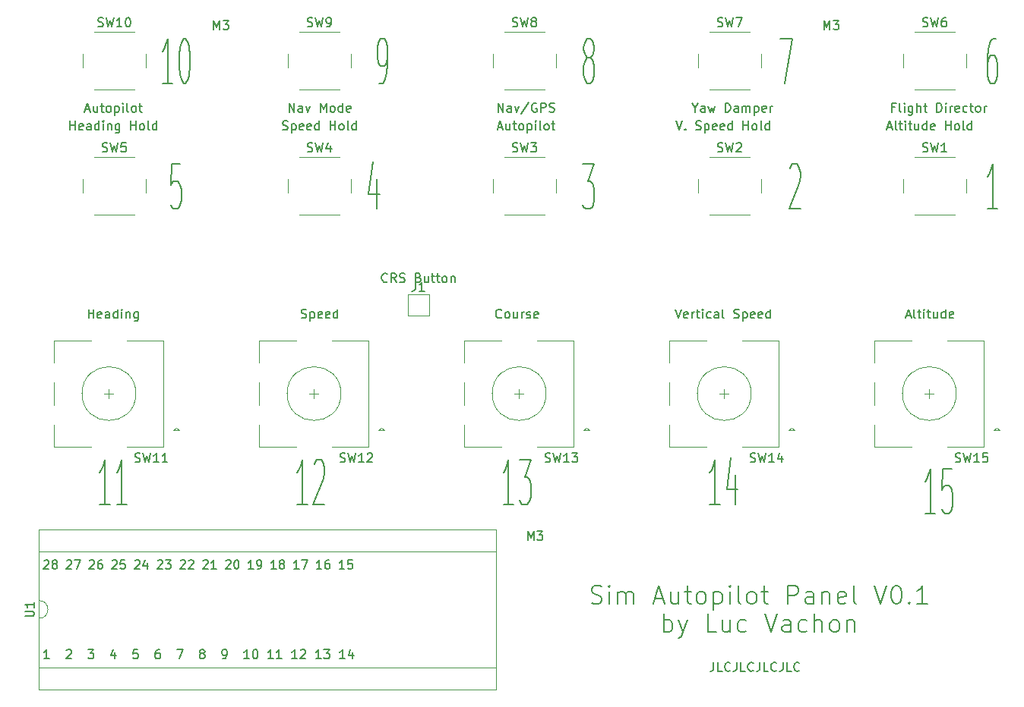
<source format=gto>
%TF.GenerationSoftware,KiCad,Pcbnew,(5.1.6)-1*%
%TF.CreationDate,2020-09-01T20:06:50-04:00*%
%TF.ProjectId,autopilotv1,6175746f-7069-46c6-9f74-76312e6b6963,rev?*%
%TF.SameCoordinates,Original*%
%TF.FileFunction,Legend,Top*%
%TF.FilePolarity,Positive*%
%FSLAX46Y46*%
G04 Gerber Fmt 4.6, Leading zero omitted, Abs format (unit mm)*
G04 Created by KiCad (PCBNEW (5.1.6)-1) date 2020-09-01 20:06:50*
%MOMM*%
%LPD*%
G01*
G04 APERTURE LIST*
%ADD10C,0.150000*%
%ADD11C,0.120000*%
G04 APERTURE END LIST*
D10*
X139905952Y-146877380D02*
X139905952Y-147591666D01*
X139858333Y-147734523D01*
X139763095Y-147829761D01*
X139620238Y-147877380D01*
X139525000Y-147877380D01*
X140858333Y-147877380D02*
X140382142Y-147877380D01*
X140382142Y-146877380D01*
X141763095Y-147782142D02*
X141715476Y-147829761D01*
X141572619Y-147877380D01*
X141477380Y-147877380D01*
X141334523Y-147829761D01*
X141239285Y-147734523D01*
X141191666Y-147639285D01*
X141144047Y-147448809D01*
X141144047Y-147305952D01*
X141191666Y-147115476D01*
X141239285Y-147020238D01*
X141334523Y-146925000D01*
X141477380Y-146877380D01*
X141572619Y-146877380D01*
X141715476Y-146925000D01*
X141763095Y-146972619D01*
X142477380Y-146877380D02*
X142477380Y-147591666D01*
X142429761Y-147734523D01*
X142334523Y-147829761D01*
X142191666Y-147877380D01*
X142096428Y-147877380D01*
X143429761Y-147877380D02*
X142953571Y-147877380D01*
X142953571Y-146877380D01*
X144334523Y-147782142D02*
X144286904Y-147829761D01*
X144144047Y-147877380D01*
X144048809Y-147877380D01*
X143905952Y-147829761D01*
X143810714Y-147734523D01*
X143763095Y-147639285D01*
X143715476Y-147448809D01*
X143715476Y-147305952D01*
X143763095Y-147115476D01*
X143810714Y-147020238D01*
X143905952Y-146925000D01*
X144048809Y-146877380D01*
X144144047Y-146877380D01*
X144286904Y-146925000D01*
X144334523Y-146972619D01*
X145048809Y-146877380D02*
X145048809Y-147591666D01*
X145001190Y-147734523D01*
X144905952Y-147829761D01*
X144763095Y-147877380D01*
X144667857Y-147877380D01*
X146001190Y-147877380D02*
X145525000Y-147877380D01*
X145525000Y-146877380D01*
X146905952Y-147782142D02*
X146858333Y-147829761D01*
X146715476Y-147877380D01*
X146620238Y-147877380D01*
X146477380Y-147829761D01*
X146382142Y-147734523D01*
X146334523Y-147639285D01*
X146286904Y-147448809D01*
X146286904Y-147305952D01*
X146334523Y-147115476D01*
X146382142Y-147020238D01*
X146477380Y-146925000D01*
X146620238Y-146877380D01*
X146715476Y-146877380D01*
X146858333Y-146925000D01*
X146905952Y-146972619D01*
X147620238Y-146877380D02*
X147620238Y-147591666D01*
X147572619Y-147734523D01*
X147477380Y-147829761D01*
X147334523Y-147877380D01*
X147239285Y-147877380D01*
X148572619Y-147877380D02*
X148096428Y-147877380D01*
X148096428Y-146877380D01*
X149477380Y-147782142D02*
X149429761Y-147829761D01*
X149286904Y-147877380D01*
X149191666Y-147877380D01*
X149048809Y-147829761D01*
X148953571Y-147734523D01*
X148905952Y-147639285D01*
X148858333Y-147448809D01*
X148858333Y-147305952D01*
X148905952Y-147115476D01*
X148953571Y-147020238D01*
X149048809Y-146925000D01*
X149191666Y-146877380D01*
X149286904Y-146877380D01*
X149429761Y-146925000D01*
X149477380Y-146972619D01*
X103523809Y-104357142D02*
X103476190Y-104404761D01*
X103333333Y-104452380D01*
X103238095Y-104452380D01*
X103095238Y-104404761D01*
X103000000Y-104309523D01*
X102952380Y-104214285D01*
X102904761Y-104023809D01*
X102904761Y-103880952D01*
X102952380Y-103690476D01*
X103000000Y-103595238D01*
X103095238Y-103500000D01*
X103238095Y-103452380D01*
X103333333Y-103452380D01*
X103476190Y-103500000D01*
X103523809Y-103547619D01*
X104523809Y-104452380D02*
X104190476Y-103976190D01*
X103952380Y-104452380D02*
X103952380Y-103452380D01*
X104333333Y-103452380D01*
X104428571Y-103500000D01*
X104476190Y-103547619D01*
X104523809Y-103642857D01*
X104523809Y-103785714D01*
X104476190Y-103880952D01*
X104428571Y-103928571D01*
X104333333Y-103976190D01*
X103952380Y-103976190D01*
X104904761Y-104404761D02*
X105047619Y-104452380D01*
X105285714Y-104452380D01*
X105380952Y-104404761D01*
X105428571Y-104357142D01*
X105476190Y-104261904D01*
X105476190Y-104166666D01*
X105428571Y-104071428D01*
X105380952Y-104023809D01*
X105285714Y-103976190D01*
X105095238Y-103928571D01*
X105000000Y-103880952D01*
X104952380Y-103833333D01*
X104904761Y-103738095D01*
X104904761Y-103642857D01*
X104952380Y-103547619D01*
X105000000Y-103500000D01*
X105095238Y-103452380D01*
X105333333Y-103452380D01*
X105476190Y-103500000D01*
X107000000Y-103928571D02*
X107142857Y-103976190D01*
X107190476Y-104023809D01*
X107238095Y-104119047D01*
X107238095Y-104261904D01*
X107190476Y-104357142D01*
X107142857Y-104404761D01*
X107047619Y-104452380D01*
X106666666Y-104452380D01*
X106666666Y-103452380D01*
X107000000Y-103452380D01*
X107095238Y-103500000D01*
X107142857Y-103547619D01*
X107190476Y-103642857D01*
X107190476Y-103738095D01*
X107142857Y-103833333D01*
X107095238Y-103880952D01*
X107000000Y-103928571D01*
X106666666Y-103928571D01*
X108095238Y-103785714D02*
X108095238Y-104452380D01*
X107666666Y-103785714D02*
X107666666Y-104309523D01*
X107714285Y-104404761D01*
X107809523Y-104452380D01*
X107952380Y-104452380D01*
X108047619Y-104404761D01*
X108095238Y-104357142D01*
X108428571Y-103785714D02*
X108809523Y-103785714D01*
X108571428Y-103452380D02*
X108571428Y-104309523D01*
X108619047Y-104404761D01*
X108714285Y-104452380D01*
X108809523Y-104452380D01*
X109000000Y-103785714D02*
X109380952Y-103785714D01*
X109142857Y-103452380D02*
X109142857Y-104309523D01*
X109190476Y-104404761D01*
X109285714Y-104452380D01*
X109380952Y-104452380D01*
X109857142Y-104452380D02*
X109761904Y-104404761D01*
X109714285Y-104357142D01*
X109666666Y-104261904D01*
X109666666Y-103976190D01*
X109714285Y-103880952D01*
X109761904Y-103833333D01*
X109857142Y-103785714D01*
X110000000Y-103785714D01*
X110095238Y-103833333D01*
X110142857Y-103880952D01*
X110190476Y-103976190D01*
X110190476Y-104261904D01*
X110142857Y-104357142D01*
X110095238Y-104404761D01*
X110000000Y-104452380D01*
X109857142Y-104452380D01*
X110619047Y-103785714D02*
X110619047Y-104452380D01*
X110619047Y-103880952D02*
X110666666Y-103833333D01*
X110761904Y-103785714D01*
X110904761Y-103785714D01*
X111000000Y-103833333D01*
X111047619Y-103928571D01*
X111047619Y-104452380D01*
X164619047Y-130261904D02*
X163476190Y-130261904D01*
X164047619Y-130261904D02*
X164047619Y-125261904D01*
X163857142Y-125976190D01*
X163666666Y-126452380D01*
X163476190Y-126690476D01*
X166428571Y-125261904D02*
X165476190Y-125261904D01*
X165380952Y-127642857D01*
X165476190Y-127404761D01*
X165666666Y-127166666D01*
X166142857Y-127166666D01*
X166333333Y-127404761D01*
X166428571Y-127642857D01*
X166523809Y-128119047D01*
X166523809Y-129309523D01*
X166428571Y-129785714D01*
X166333333Y-130023809D01*
X166142857Y-130261904D01*
X165666666Y-130261904D01*
X165476190Y-130023809D01*
X165380952Y-129785714D01*
X140619047Y-129261904D02*
X139476190Y-129261904D01*
X140047619Y-129261904D02*
X140047619Y-124261904D01*
X139857142Y-124976190D01*
X139666666Y-125452380D01*
X139476190Y-125690476D01*
X142333333Y-125928571D02*
X142333333Y-129261904D01*
X141857142Y-124023809D02*
X141380952Y-127595238D01*
X142619047Y-127595238D01*
X117619047Y-129261904D02*
X116476190Y-129261904D01*
X117047619Y-129261904D02*
X117047619Y-124261904D01*
X116857142Y-124976190D01*
X116666666Y-125452380D01*
X116476190Y-125690476D01*
X118285714Y-124261904D02*
X119523809Y-124261904D01*
X118857142Y-126166666D01*
X119142857Y-126166666D01*
X119333333Y-126404761D01*
X119428571Y-126642857D01*
X119523809Y-127119047D01*
X119523809Y-128309523D01*
X119428571Y-128785714D01*
X119333333Y-129023809D01*
X119142857Y-129261904D01*
X118571428Y-129261904D01*
X118380952Y-129023809D01*
X118285714Y-128785714D01*
X94619047Y-129261904D02*
X93476190Y-129261904D01*
X94047619Y-129261904D02*
X94047619Y-124261904D01*
X93857142Y-124976190D01*
X93666666Y-125452380D01*
X93476190Y-125690476D01*
X95380952Y-124738095D02*
X95476190Y-124500000D01*
X95666666Y-124261904D01*
X96142857Y-124261904D01*
X96333333Y-124500000D01*
X96428571Y-124738095D01*
X96523809Y-125214285D01*
X96523809Y-125690476D01*
X96428571Y-126404761D01*
X95285714Y-129261904D01*
X96523809Y-129261904D01*
X72619047Y-129261904D02*
X71476190Y-129261904D01*
X72047619Y-129261904D02*
X72047619Y-124261904D01*
X71857142Y-124976190D01*
X71666666Y-125452380D01*
X71476190Y-125690476D01*
X74523809Y-129261904D02*
X73380952Y-129261904D01*
X73952380Y-129261904D02*
X73952380Y-124261904D01*
X73761904Y-124976190D01*
X73571428Y-125452380D01*
X73380952Y-125690476D01*
X171571428Y-96261904D02*
X170428571Y-96261904D01*
X171000000Y-96261904D02*
X171000000Y-91261904D01*
X170809523Y-91976190D01*
X170619047Y-92452380D01*
X170428571Y-92690476D01*
X148428571Y-91738095D02*
X148523809Y-91500000D01*
X148714285Y-91261904D01*
X149190476Y-91261904D01*
X149380952Y-91500000D01*
X149476190Y-91738095D01*
X149571428Y-92214285D01*
X149571428Y-92690476D01*
X149476190Y-93404761D01*
X148333333Y-96261904D01*
X149571428Y-96261904D01*
X125333333Y-91261904D02*
X126571428Y-91261904D01*
X125904761Y-93166666D01*
X126190476Y-93166666D01*
X126380952Y-93404761D01*
X126476190Y-93642857D01*
X126571428Y-94119047D01*
X126571428Y-95309523D01*
X126476190Y-95785714D01*
X126380952Y-96023809D01*
X126190476Y-96261904D01*
X125619047Y-96261904D01*
X125428571Y-96023809D01*
X125333333Y-95785714D01*
X102380952Y-92928571D02*
X102380952Y-96261904D01*
X101904761Y-91023809D02*
X101428571Y-94595238D01*
X102666666Y-94595238D01*
X80476190Y-91261904D02*
X79523809Y-91261904D01*
X79428571Y-93642857D01*
X79523809Y-93404761D01*
X79714285Y-93166666D01*
X80190476Y-93166666D01*
X80380952Y-93404761D01*
X80476190Y-93642857D01*
X80571428Y-94119047D01*
X80571428Y-95309523D01*
X80476190Y-95785714D01*
X80380952Y-96023809D01*
X80190476Y-96261904D01*
X79714285Y-96261904D01*
X79523809Y-96023809D01*
X79428571Y-95785714D01*
X171380952Y-77261904D02*
X171000000Y-77261904D01*
X170809523Y-77500000D01*
X170714285Y-77738095D01*
X170523809Y-78452380D01*
X170428571Y-79404761D01*
X170428571Y-81309523D01*
X170523809Y-81785714D01*
X170619047Y-82023809D01*
X170809523Y-82261904D01*
X171190476Y-82261904D01*
X171380952Y-82023809D01*
X171476190Y-81785714D01*
X171571428Y-81309523D01*
X171571428Y-80119047D01*
X171476190Y-79642857D01*
X171380952Y-79404761D01*
X171190476Y-79166666D01*
X170809523Y-79166666D01*
X170619047Y-79404761D01*
X170523809Y-79642857D01*
X170428571Y-80119047D01*
X147333333Y-77261904D02*
X148666666Y-77261904D01*
X147809523Y-82261904D01*
X125809523Y-79404761D02*
X125619047Y-79166666D01*
X125523809Y-78928571D01*
X125428571Y-78452380D01*
X125428571Y-78214285D01*
X125523809Y-77738095D01*
X125619047Y-77500000D01*
X125809523Y-77261904D01*
X126190476Y-77261904D01*
X126380952Y-77500000D01*
X126476190Y-77738095D01*
X126571428Y-78214285D01*
X126571428Y-78452380D01*
X126476190Y-78928571D01*
X126380952Y-79166666D01*
X126190476Y-79404761D01*
X125809523Y-79404761D01*
X125619047Y-79642857D01*
X125523809Y-79880952D01*
X125428571Y-80357142D01*
X125428571Y-81309523D01*
X125523809Y-81785714D01*
X125619047Y-82023809D01*
X125809523Y-82261904D01*
X126190476Y-82261904D01*
X126380952Y-82023809D01*
X126476190Y-81785714D01*
X126571428Y-81309523D01*
X126571428Y-80357142D01*
X126476190Y-79880952D01*
X126380952Y-79642857D01*
X126190476Y-79404761D01*
X102619047Y-82261904D02*
X103000000Y-82261904D01*
X103190476Y-82023809D01*
X103285714Y-81785714D01*
X103476190Y-81071428D01*
X103571428Y-80119047D01*
X103571428Y-78214285D01*
X103476190Y-77738095D01*
X103380952Y-77500000D01*
X103190476Y-77261904D01*
X102809523Y-77261904D01*
X102619047Y-77500000D01*
X102523809Y-77738095D01*
X102428571Y-78214285D01*
X102428571Y-79404761D01*
X102523809Y-79880952D01*
X102619047Y-80119047D01*
X102809523Y-80357142D01*
X103190476Y-80357142D01*
X103380952Y-80119047D01*
X103476190Y-79880952D01*
X103571428Y-79404761D01*
X79619047Y-82261904D02*
X78476190Y-82261904D01*
X79047619Y-82261904D02*
X79047619Y-77261904D01*
X78857142Y-77976190D01*
X78666666Y-78452380D01*
X78476190Y-78690476D01*
X80857142Y-77261904D02*
X81047619Y-77261904D01*
X81238095Y-77500000D01*
X81333333Y-77738095D01*
X81428571Y-78214285D01*
X81523809Y-79166666D01*
X81523809Y-80357142D01*
X81428571Y-81309523D01*
X81333333Y-81785714D01*
X81238095Y-82023809D01*
X81047619Y-82261904D01*
X80857142Y-82261904D01*
X80666666Y-82023809D01*
X80571428Y-81785714D01*
X80476190Y-81309523D01*
X80380952Y-80357142D01*
X80380952Y-79166666D01*
X80476190Y-78214285D01*
X80571428Y-77738095D01*
X80666666Y-77500000D01*
X80857142Y-77261904D01*
X160119047Y-84928571D02*
X159785714Y-84928571D01*
X159785714Y-85452380D02*
X159785714Y-84452380D01*
X160261904Y-84452380D01*
X160785714Y-85452380D02*
X160690476Y-85404761D01*
X160642857Y-85309523D01*
X160642857Y-84452380D01*
X161166666Y-85452380D02*
X161166666Y-84785714D01*
X161166666Y-84452380D02*
X161119047Y-84500000D01*
X161166666Y-84547619D01*
X161214285Y-84500000D01*
X161166666Y-84452380D01*
X161166666Y-84547619D01*
X162071428Y-84785714D02*
X162071428Y-85595238D01*
X162023809Y-85690476D01*
X161976190Y-85738095D01*
X161880952Y-85785714D01*
X161738095Y-85785714D01*
X161642857Y-85738095D01*
X162071428Y-85404761D02*
X161976190Y-85452380D01*
X161785714Y-85452380D01*
X161690476Y-85404761D01*
X161642857Y-85357142D01*
X161595238Y-85261904D01*
X161595238Y-84976190D01*
X161642857Y-84880952D01*
X161690476Y-84833333D01*
X161785714Y-84785714D01*
X161976190Y-84785714D01*
X162071428Y-84833333D01*
X162547619Y-85452380D02*
X162547619Y-84452380D01*
X162976190Y-85452380D02*
X162976190Y-84928571D01*
X162928571Y-84833333D01*
X162833333Y-84785714D01*
X162690476Y-84785714D01*
X162595238Y-84833333D01*
X162547619Y-84880952D01*
X163309523Y-84785714D02*
X163690476Y-84785714D01*
X163452380Y-84452380D02*
X163452380Y-85309523D01*
X163500000Y-85404761D01*
X163595238Y-85452380D01*
X163690476Y-85452380D01*
X164785714Y-85452380D02*
X164785714Y-84452380D01*
X165023809Y-84452380D01*
X165166666Y-84500000D01*
X165261904Y-84595238D01*
X165309523Y-84690476D01*
X165357142Y-84880952D01*
X165357142Y-85023809D01*
X165309523Y-85214285D01*
X165261904Y-85309523D01*
X165166666Y-85404761D01*
X165023809Y-85452380D01*
X164785714Y-85452380D01*
X165785714Y-85452380D02*
X165785714Y-84785714D01*
X165785714Y-84452380D02*
X165738095Y-84500000D01*
X165785714Y-84547619D01*
X165833333Y-84500000D01*
X165785714Y-84452380D01*
X165785714Y-84547619D01*
X166261904Y-85452380D02*
X166261904Y-84785714D01*
X166261904Y-84976190D02*
X166309523Y-84880952D01*
X166357142Y-84833333D01*
X166452380Y-84785714D01*
X166547619Y-84785714D01*
X167261904Y-85404761D02*
X167166666Y-85452380D01*
X166976190Y-85452380D01*
X166880952Y-85404761D01*
X166833333Y-85309523D01*
X166833333Y-84928571D01*
X166880952Y-84833333D01*
X166976190Y-84785714D01*
X167166666Y-84785714D01*
X167261904Y-84833333D01*
X167309523Y-84928571D01*
X167309523Y-85023809D01*
X166833333Y-85119047D01*
X168166666Y-85404761D02*
X168071428Y-85452380D01*
X167880952Y-85452380D01*
X167785714Y-85404761D01*
X167738095Y-85357142D01*
X167690476Y-85261904D01*
X167690476Y-84976190D01*
X167738095Y-84880952D01*
X167785714Y-84833333D01*
X167880952Y-84785714D01*
X168071428Y-84785714D01*
X168166666Y-84833333D01*
X168452380Y-84785714D02*
X168833333Y-84785714D01*
X168595238Y-84452380D02*
X168595238Y-85309523D01*
X168642857Y-85404761D01*
X168738095Y-85452380D01*
X168833333Y-85452380D01*
X169309523Y-85452380D02*
X169214285Y-85404761D01*
X169166666Y-85357142D01*
X169119047Y-85261904D01*
X169119047Y-84976190D01*
X169166666Y-84880952D01*
X169214285Y-84833333D01*
X169309523Y-84785714D01*
X169452380Y-84785714D01*
X169547619Y-84833333D01*
X169595238Y-84880952D01*
X169642857Y-84976190D01*
X169642857Y-85261904D01*
X169595238Y-85357142D01*
X169547619Y-85404761D01*
X169452380Y-85452380D01*
X169309523Y-85452380D01*
X170071428Y-85452380D02*
X170071428Y-84785714D01*
X170071428Y-84976190D02*
X170119047Y-84880952D01*
X170166666Y-84833333D01*
X170261904Y-84785714D01*
X170357142Y-84785714D01*
X137833333Y-84976190D02*
X137833333Y-85452380D01*
X137500000Y-84452380D02*
X137833333Y-84976190D01*
X138166666Y-84452380D01*
X138928571Y-85452380D02*
X138928571Y-84928571D01*
X138880952Y-84833333D01*
X138785714Y-84785714D01*
X138595238Y-84785714D01*
X138500000Y-84833333D01*
X138928571Y-85404761D02*
X138833333Y-85452380D01*
X138595238Y-85452380D01*
X138500000Y-85404761D01*
X138452380Y-85309523D01*
X138452380Y-85214285D01*
X138500000Y-85119047D01*
X138595238Y-85071428D01*
X138833333Y-85071428D01*
X138928571Y-85023809D01*
X139309523Y-84785714D02*
X139500000Y-85452380D01*
X139690476Y-84976190D01*
X139880952Y-85452380D01*
X140071428Y-84785714D01*
X141214285Y-85452380D02*
X141214285Y-84452380D01*
X141452380Y-84452380D01*
X141595238Y-84500000D01*
X141690476Y-84595238D01*
X141738095Y-84690476D01*
X141785714Y-84880952D01*
X141785714Y-85023809D01*
X141738095Y-85214285D01*
X141690476Y-85309523D01*
X141595238Y-85404761D01*
X141452380Y-85452380D01*
X141214285Y-85452380D01*
X142642857Y-85452380D02*
X142642857Y-84928571D01*
X142595238Y-84833333D01*
X142500000Y-84785714D01*
X142309523Y-84785714D01*
X142214285Y-84833333D01*
X142642857Y-85404761D02*
X142547619Y-85452380D01*
X142309523Y-85452380D01*
X142214285Y-85404761D01*
X142166666Y-85309523D01*
X142166666Y-85214285D01*
X142214285Y-85119047D01*
X142309523Y-85071428D01*
X142547619Y-85071428D01*
X142642857Y-85023809D01*
X143119047Y-85452380D02*
X143119047Y-84785714D01*
X143119047Y-84880952D02*
X143166666Y-84833333D01*
X143261904Y-84785714D01*
X143404761Y-84785714D01*
X143500000Y-84833333D01*
X143547619Y-84928571D01*
X143547619Y-85452380D01*
X143547619Y-84928571D02*
X143595238Y-84833333D01*
X143690476Y-84785714D01*
X143833333Y-84785714D01*
X143928571Y-84833333D01*
X143976190Y-84928571D01*
X143976190Y-85452380D01*
X144452380Y-84785714D02*
X144452380Y-85785714D01*
X144452380Y-84833333D02*
X144547619Y-84785714D01*
X144738095Y-84785714D01*
X144833333Y-84833333D01*
X144880952Y-84880952D01*
X144928571Y-84976190D01*
X144928571Y-85261904D01*
X144880952Y-85357142D01*
X144833333Y-85404761D01*
X144738095Y-85452380D01*
X144547619Y-85452380D01*
X144452380Y-85404761D01*
X145738095Y-85404761D02*
X145642857Y-85452380D01*
X145452380Y-85452380D01*
X145357142Y-85404761D01*
X145309523Y-85309523D01*
X145309523Y-84928571D01*
X145357142Y-84833333D01*
X145452380Y-84785714D01*
X145642857Y-84785714D01*
X145738095Y-84833333D01*
X145785714Y-84928571D01*
X145785714Y-85023809D01*
X145309523Y-85119047D01*
X146214285Y-85452380D02*
X146214285Y-84785714D01*
X146214285Y-84976190D02*
X146261904Y-84880952D01*
X146309523Y-84833333D01*
X146404761Y-84785714D01*
X146500000Y-84785714D01*
X92595238Y-85452380D02*
X92595238Y-84452380D01*
X93166666Y-85452380D01*
X93166666Y-84452380D01*
X94071428Y-85452380D02*
X94071428Y-84928571D01*
X94023809Y-84833333D01*
X93928571Y-84785714D01*
X93738095Y-84785714D01*
X93642857Y-84833333D01*
X94071428Y-85404761D02*
X93976190Y-85452380D01*
X93738095Y-85452380D01*
X93642857Y-85404761D01*
X93595238Y-85309523D01*
X93595238Y-85214285D01*
X93642857Y-85119047D01*
X93738095Y-85071428D01*
X93976190Y-85071428D01*
X94071428Y-85023809D01*
X94452380Y-84785714D02*
X94690476Y-85452380D01*
X94928571Y-84785714D01*
X96071428Y-85452380D02*
X96071428Y-84452380D01*
X96404761Y-85166666D01*
X96738095Y-84452380D01*
X96738095Y-85452380D01*
X97357142Y-85452380D02*
X97261904Y-85404761D01*
X97214285Y-85357142D01*
X97166666Y-85261904D01*
X97166666Y-84976190D01*
X97214285Y-84880952D01*
X97261904Y-84833333D01*
X97357142Y-84785714D01*
X97500000Y-84785714D01*
X97595238Y-84833333D01*
X97642857Y-84880952D01*
X97690476Y-84976190D01*
X97690476Y-85261904D01*
X97642857Y-85357142D01*
X97595238Y-85404761D01*
X97500000Y-85452380D01*
X97357142Y-85452380D01*
X98547619Y-85452380D02*
X98547619Y-84452380D01*
X98547619Y-85404761D02*
X98452380Y-85452380D01*
X98261904Y-85452380D01*
X98166666Y-85404761D01*
X98119047Y-85357142D01*
X98071428Y-85261904D01*
X98071428Y-84976190D01*
X98119047Y-84880952D01*
X98166666Y-84833333D01*
X98261904Y-84785714D01*
X98452380Y-84785714D01*
X98547619Y-84833333D01*
X99404761Y-85404761D02*
X99309523Y-85452380D01*
X99119047Y-85452380D01*
X99023809Y-85404761D01*
X98976190Y-85309523D01*
X98976190Y-84928571D01*
X99023809Y-84833333D01*
X99119047Y-84785714D01*
X99309523Y-84785714D01*
X99404761Y-84833333D01*
X99452380Y-84928571D01*
X99452380Y-85023809D01*
X98976190Y-85119047D01*
X69880952Y-85166666D02*
X70357142Y-85166666D01*
X69785714Y-85452380D02*
X70119047Y-84452380D01*
X70452380Y-85452380D01*
X71214285Y-84785714D02*
X71214285Y-85452380D01*
X70785714Y-84785714D02*
X70785714Y-85309523D01*
X70833333Y-85404761D01*
X70928571Y-85452380D01*
X71071428Y-85452380D01*
X71166666Y-85404761D01*
X71214285Y-85357142D01*
X71547619Y-84785714D02*
X71928571Y-84785714D01*
X71690476Y-84452380D02*
X71690476Y-85309523D01*
X71738095Y-85404761D01*
X71833333Y-85452380D01*
X71928571Y-85452380D01*
X72404761Y-85452380D02*
X72309523Y-85404761D01*
X72261904Y-85357142D01*
X72214285Y-85261904D01*
X72214285Y-84976190D01*
X72261904Y-84880952D01*
X72309523Y-84833333D01*
X72404761Y-84785714D01*
X72547619Y-84785714D01*
X72642857Y-84833333D01*
X72690476Y-84880952D01*
X72738095Y-84976190D01*
X72738095Y-85261904D01*
X72690476Y-85357142D01*
X72642857Y-85404761D01*
X72547619Y-85452380D01*
X72404761Y-85452380D01*
X73166666Y-84785714D02*
X73166666Y-85785714D01*
X73166666Y-84833333D02*
X73261904Y-84785714D01*
X73452380Y-84785714D01*
X73547619Y-84833333D01*
X73595238Y-84880952D01*
X73642857Y-84976190D01*
X73642857Y-85261904D01*
X73595238Y-85357142D01*
X73547619Y-85404761D01*
X73452380Y-85452380D01*
X73261904Y-85452380D01*
X73166666Y-85404761D01*
X74071428Y-85452380D02*
X74071428Y-84785714D01*
X74071428Y-84452380D02*
X74023809Y-84500000D01*
X74071428Y-84547619D01*
X74119047Y-84500000D01*
X74071428Y-84452380D01*
X74071428Y-84547619D01*
X74690476Y-85452380D02*
X74595238Y-85404761D01*
X74547619Y-85309523D01*
X74547619Y-84452380D01*
X75214285Y-85452380D02*
X75119047Y-85404761D01*
X75071428Y-85357142D01*
X75023809Y-85261904D01*
X75023809Y-84976190D01*
X75071428Y-84880952D01*
X75119047Y-84833333D01*
X75214285Y-84785714D01*
X75357142Y-84785714D01*
X75452380Y-84833333D01*
X75500000Y-84880952D01*
X75547619Y-84976190D01*
X75547619Y-85261904D01*
X75500000Y-85357142D01*
X75452380Y-85404761D01*
X75357142Y-85452380D01*
X75214285Y-85452380D01*
X75833333Y-84785714D02*
X76214285Y-84785714D01*
X75976190Y-84452380D02*
X75976190Y-85309523D01*
X76023809Y-85404761D01*
X76119047Y-85452380D01*
X76214285Y-85452380D01*
X115880952Y-85452380D02*
X115880952Y-84452380D01*
X116452380Y-85452380D01*
X116452380Y-84452380D01*
X117357142Y-85452380D02*
X117357142Y-84928571D01*
X117309523Y-84833333D01*
X117214285Y-84785714D01*
X117023809Y-84785714D01*
X116928571Y-84833333D01*
X117357142Y-85404761D02*
X117261904Y-85452380D01*
X117023809Y-85452380D01*
X116928571Y-85404761D01*
X116880952Y-85309523D01*
X116880952Y-85214285D01*
X116928571Y-85119047D01*
X117023809Y-85071428D01*
X117261904Y-85071428D01*
X117357142Y-85023809D01*
X117738095Y-84785714D02*
X117976190Y-85452380D01*
X118214285Y-84785714D01*
X119309523Y-84404761D02*
X118452380Y-85690476D01*
X120166666Y-84500000D02*
X120071428Y-84452380D01*
X119928571Y-84452380D01*
X119785714Y-84500000D01*
X119690476Y-84595238D01*
X119642857Y-84690476D01*
X119595238Y-84880952D01*
X119595238Y-85023809D01*
X119642857Y-85214285D01*
X119690476Y-85309523D01*
X119785714Y-85404761D01*
X119928571Y-85452380D01*
X120023809Y-85452380D01*
X120166666Y-85404761D01*
X120214285Y-85357142D01*
X120214285Y-85023809D01*
X120023809Y-85023809D01*
X120642857Y-85452380D02*
X120642857Y-84452380D01*
X121023809Y-84452380D01*
X121119047Y-84500000D01*
X121166666Y-84547619D01*
X121214285Y-84642857D01*
X121214285Y-84785714D01*
X121166666Y-84880952D01*
X121119047Y-84928571D01*
X121023809Y-84976190D01*
X120642857Y-84976190D01*
X121595238Y-85404761D02*
X121738095Y-85452380D01*
X121976190Y-85452380D01*
X122071428Y-85404761D01*
X122119047Y-85357142D01*
X122166666Y-85261904D01*
X122166666Y-85166666D01*
X122119047Y-85071428D01*
X122071428Y-85023809D01*
X121976190Y-84976190D01*
X121785714Y-84928571D01*
X121690476Y-84880952D01*
X121642857Y-84833333D01*
X121595238Y-84738095D01*
X121595238Y-84642857D01*
X121642857Y-84547619D01*
X121690476Y-84500000D01*
X121785714Y-84452380D01*
X122023809Y-84452380D01*
X122166666Y-84500000D01*
X115880952Y-87166666D02*
X116357142Y-87166666D01*
X115785714Y-87452380D02*
X116119047Y-86452380D01*
X116452380Y-87452380D01*
X117214285Y-86785714D02*
X117214285Y-87452380D01*
X116785714Y-86785714D02*
X116785714Y-87309523D01*
X116833333Y-87404761D01*
X116928571Y-87452380D01*
X117071428Y-87452380D01*
X117166666Y-87404761D01*
X117214285Y-87357142D01*
X117547619Y-86785714D02*
X117928571Y-86785714D01*
X117690476Y-86452380D02*
X117690476Y-87309523D01*
X117738095Y-87404761D01*
X117833333Y-87452380D01*
X117928571Y-87452380D01*
X118404761Y-87452380D02*
X118309523Y-87404761D01*
X118261904Y-87357142D01*
X118214285Y-87261904D01*
X118214285Y-86976190D01*
X118261904Y-86880952D01*
X118309523Y-86833333D01*
X118404761Y-86785714D01*
X118547619Y-86785714D01*
X118642857Y-86833333D01*
X118690476Y-86880952D01*
X118738095Y-86976190D01*
X118738095Y-87261904D01*
X118690476Y-87357142D01*
X118642857Y-87404761D01*
X118547619Y-87452380D01*
X118404761Y-87452380D01*
X119166666Y-86785714D02*
X119166666Y-87785714D01*
X119166666Y-86833333D02*
X119261904Y-86785714D01*
X119452380Y-86785714D01*
X119547619Y-86833333D01*
X119595238Y-86880952D01*
X119642857Y-86976190D01*
X119642857Y-87261904D01*
X119595238Y-87357142D01*
X119547619Y-87404761D01*
X119452380Y-87452380D01*
X119261904Y-87452380D01*
X119166666Y-87404761D01*
X120071428Y-87452380D02*
X120071428Y-86785714D01*
X120071428Y-86452380D02*
X120023809Y-86500000D01*
X120071428Y-86547619D01*
X120119047Y-86500000D01*
X120071428Y-86452380D01*
X120071428Y-86547619D01*
X120690476Y-87452380D02*
X120595238Y-87404761D01*
X120547619Y-87309523D01*
X120547619Y-86452380D01*
X121214285Y-87452380D02*
X121119047Y-87404761D01*
X121071428Y-87357142D01*
X121023809Y-87261904D01*
X121023809Y-86976190D01*
X121071428Y-86880952D01*
X121119047Y-86833333D01*
X121214285Y-86785714D01*
X121357142Y-86785714D01*
X121452380Y-86833333D01*
X121500000Y-86880952D01*
X121547619Y-86976190D01*
X121547619Y-87261904D01*
X121500000Y-87357142D01*
X121452380Y-87404761D01*
X121357142Y-87452380D01*
X121214285Y-87452380D01*
X121833333Y-86785714D02*
X122214285Y-86785714D01*
X121976190Y-86452380D02*
X121976190Y-87309523D01*
X122023809Y-87404761D01*
X122119047Y-87452380D01*
X122214285Y-87452380D01*
X159285714Y-87166666D02*
X159761904Y-87166666D01*
X159190476Y-87452380D02*
X159523809Y-86452380D01*
X159857142Y-87452380D01*
X160333333Y-87452380D02*
X160238095Y-87404761D01*
X160190476Y-87309523D01*
X160190476Y-86452380D01*
X160571428Y-86785714D02*
X160952380Y-86785714D01*
X160714285Y-86452380D02*
X160714285Y-87309523D01*
X160761904Y-87404761D01*
X160857142Y-87452380D01*
X160952380Y-87452380D01*
X161285714Y-87452380D02*
X161285714Y-86785714D01*
X161285714Y-86452380D02*
X161238095Y-86500000D01*
X161285714Y-86547619D01*
X161333333Y-86500000D01*
X161285714Y-86452380D01*
X161285714Y-86547619D01*
X161619047Y-86785714D02*
X162000000Y-86785714D01*
X161761904Y-86452380D02*
X161761904Y-87309523D01*
X161809523Y-87404761D01*
X161904761Y-87452380D01*
X162000000Y-87452380D01*
X162761904Y-86785714D02*
X162761904Y-87452380D01*
X162333333Y-86785714D02*
X162333333Y-87309523D01*
X162380952Y-87404761D01*
X162476190Y-87452380D01*
X162619047Y-87452380D01*
X162714285Y-87404761D01*
X162761904Y-87357142D01*
X163666666Y-87452380D02*
X163666666Y-86452380D01*
X163666666Y-87404761D02*
X163571428Y-87452380D01*
X163380952Y-87452380D01*
X163285714Y-87404761D01*
X163238095Y-87357142D01*
X163190476Y-87261904D01*
X163190476Y-86976190D01*
X163238095Y-86880952D01*
X163285714Y-86833333D01*
X163380952Y-86785714D01*
X163571428Y-86785714D01*
X163666666Y-86833333D01*
X164523809Y-87404761D02*
X164428571Y-87452380D01*
X164238095Y-87452380D01*
X164142857Y-87404761D01*
X164095238Y-87309523D01*
X164095238Y-86928571D01*
X164142857Y-86833333D01*
X164238095Y-86785714D01*
X164428571Y-86785714D01*
X164523809Y-86833333D01*
X164571428Y-86928571D01*
X164571428Y-87023809D01*
X164095238Y-87119047D01*
X165761904Y-87452380D02*
X165761904Y-86452380D01*
X165761904Y-86928571D02*
X166333333Y-86928571D01*
X166333333Y-87452380D02*
X166333333Y-86452380D01*
X166952380Y-87452380D02*
X166857142Y-87404761D01*
X166809523Y-87357142D01*
X166761904Y-87261904D01*
X166761904Y-86976190D01*
X166809523Y-86880952D01*
X166857142Y-86833333D01*
X166952380Y-86785714D01*
X167095238Y-86785714D01*
X167190476Y-86833333D01*
X167238095Y-86880952D01*
X167285714Y-86976190D01*
X167285714Y-87261904D01*
X167238095Y-87357142D01*
X167190476Y-87404761D01*
X167095238Y-87452380D01*
X166952380Y-87452380D01*
X167857142Y-87452380D02*
X167761904Y-87404761D01*
X167714285Y-87309523D01*
X167714285Y-86452380D01*
X168666666Y-87452380D02*
X168666666Y-86452380D01*
X168666666Y-87404761D02*
X168571428Y-87452380D01*
X168380952Y-87452380D01*
X168285714Y-87404761D01*
X168238095Y-87357142D01*
X168190476Y-87261904D01*
X168190476Y-86976190D01*
X168238095Y-86880952D01*
X168285714Y-86833333D01*
X168380952Y-86785714D01*
X168571428Y-86785714D01*
X168666666Y-86833333D01*
X135738095Y-86452380D02*
X136071428Y-87452380D01*
X136404761Y-86452380D01*
X136738095Y-87357142D02*
X136785714Y-87404761D01*
X136738095Y-87452380D01*
X136690476Y-87404761D01*
X136738095Y-87357142D01*
X136738095Y-87452380D01*
X137928571Y-87404761D02*
X138071428Y-87452380D01*
X138309523Y-87452380D01*
X138404761Y-87404761D01*
X138452380Y-87357142D01*
X138500000Y-87261904D01*
X138500000Y-87166666D01*
X138452380Y-87071428D01*
X138404761Y-87023809D01*
X138309523Y-86976190D01*
X138119047Y-86928571D01*
X138023809Y-86880952D01*
X137976190Y-86833333D01*
X137928571Y-86738095D01*
X137928571Y-86642857D01*
X137976190Y-86547619D01*
X138023809Y-86500000D01*
X138119047Y-86452380D01*
X138357142Y-86452380D01*
X138500000Y-86500000D01*
X138928571Y-86785714D02*
X138928571Y-87785714D01*
X138928571Y-86833333D02*
X139023809Y-86785714D01*
X139214285Y-86785714D01*
X139309523Y-86833333D01*
X139357142Y-86880952D01*
X139404761Y-86976190D01*
X139404761Y-87261904D01*
X139357142Y-87357142D01*
X139309523Y-87404761D01*
X139214285Y-87452380D01*
X139023809Y-87452380D01*
X138928571Y-87404761D01*
X140214285Y-87404761D02*
X140119047Y-87452380D01*
X139928571Y-87452380D01*
X139833333Y-87404761D01*
X139785714Y-87309523D01*
X139785714Y-86928571D01*
X139833333Y-86833333D01*
X139928571Y-86785714D01*
X140119047Y-86785714D01*
X140214285Y-86833333D01*
X140261904Y-86928571D01*
X140261904Y-87023809D01*
X139785714Y-87119047D01*
X141071428Y-87404761D02*
X140976190Y-87452380D01*
X140785714Y-87452380D01*
X140690476Y-87404761D01*
X140642857Y-87309523D01*
X140642857Y-86928571D01*
X140690476Y-86833333D01*
X140785714Y-86785714D01*
X140976190Y-86785714D01*
X141071428Y-86833333D01*
X141119047Y-86928571D01*
X141119047Y-87023809D01*
X140642857Y-87119047D01*
X141976190Y-87452380D02*
X141976190Y-86452380D01*
X141976190Y-87404761D02*
X141880952Y-87452380D01*
X141690476Y-87452380D01*
X141595238Y-87404761D01*
X141547619Y-87357142D01*
X141500000Y-87261904D01*
X141500000Y-86976190D01*
X141547619Y-86880952D01*
X141595238Y-86833333D01*
X141690476Y-86785714D01*
X141880952Y-86785714D01*
X141976190Y-86833333D01*
X143214285Y-87452380D02*
X143214285Y-86452380D01*
X143214285Y-86928571D02*
X143785714Y-86928571D01*
X143785714Y-87452380D02*
X143785714Y-86452380D01*
X144404761Y-87452380D02*
X144309523Y-87404761D01*
X144261904Y-87357142D01*
X144214285Y-87261904D01*
X144214285Y-86976190D01*
X144261904Y-86880952D01*
X144309523Y-86833333D01*
X144404761Y-86785714D01*
X144547619Y-86785714D01*
X144642857Y-86833333D01*
X144690476Y-86880952D01*
X144738095Y-86976190D01*
X144738095Y-87261904D01*
X144690476Y-87357142D01*
X144642857Y-87404761D01*
X144547619Y-87452380D01*
X144404761Y-87452380D01*
X145309523Y-87452380D02*
X145214285Y-87404761D01*
X145166666Y-87309523D01*
X145166666Y-86452380D01*
X146119047Y-87452380D02*
X146119047Y-86452380D01*
X146119047Y-87404761D02*
X146023809Y-87452380D01*
X145833333Y-87452380D01*
X145738095Y-87404761D01*
X145690476Y-87357142D01*
X145642857Y-87261904D01*
X145642857Y-86976190D01*
X145690476Y-86880952D01*
X145738095Y-86833333D01*
X145833333Y-86785714D01*
X146023809Y-86785714D01*
X146119047Y-86833333D01*
X91880952Y-87404761D02*
X92023809Y-87452380D01*
X92261904Y-87452380D01*
X92357142Y-87404761D01*
X92404761Y-87357142D01*
X92452380Y-87261904D01*
X92452380Y-87166666D01*
X92404761Y-87071428D01*
X92357142Y-87023809D01*
X92261904Y-86976190D01*
X92071428Y-86928571D01*
X91976190Y-86880952D01*
X91928571Y-86833333D01*
X91880952Y-86738095D01*
X91880952Y-86642857D01*
X91928571Y-86547619D01*
X91976190Y-86500000D01*
X92071428Y-86452380D01*
X92309523Y-86452380D01*
X92452380Y-86500000D01*
X92880952Y-86785714D02*
X92880952Y-87785714D01*
X92880952Y-86833333D02*
X92976190Y-86785714D01*
X93166666Y-86785714D01*
X93261904Y-86833333D01*
X93309523Y-86880952D01*
X93357142Y-86976190D01*
X93357142Y-87261904D01*
X93309523Y-87357142D01*
X93261904Y-87404761D01*
X93166666Y-87452380D01*
X92976190Y-87452380D01*
X92880952Y-87404761D01*
X94166666Y-87404761D02*
X94071428Y-87452380D01*
X93880952Y-87452380D01*
X93785714Y-87404761D01*
X93738095Y-87309523D01*
X93738095Y-86928571D01*
X93785714Y-86833333D01*
X93880952Y-86785714D01*
X94071428Y-86785714D01*
X94166666Y-86833333D01*
X94214285Y-86928571D01*
X94214285Y-87023809D01*
X93738095Y-87119047D01*
X95023809Y-87404761D02*
X94928571Y-87452380D01*
X94738095Y-87452380D01*
X94642857Y-87404761D01*
X94595238Y-87309523D01*
X94595238Y-86928571D01*
X94642857Y-86833333D01*
X94738095Y-86785714D01*
X94928571Y-86785714D01*
X95023809Y-86833333D01*
X95071428Y-86928571D01*
X95071428Y-87023809D01*
X94595238Y-87119047D01*
X95928571Y-87452380D02*
X95928571Y-86452380D01*
X95928571Y-87404761D02*
X95833333Y-87452380D01*
X95642857Y-87452380D01*
X95547619Y-87404761D01*
X95500000Y-87357142D01*
X95452380Y-87261904D01*
X95452380Y-86976190D01*
X95500000Y-86880952D01*
X95547619Y-86833333D01*
X95642857Y-86785714D01*
X95833333Y-86785714D01*
X95928571Y-86833333D01*
X97166666Y-87452380D02*
X97166666Y-86452380D01*
X97166666Y-86928571D02*
X97738095Y-86928571D01*
X97738095Y-87452380D02*
X97738095Y-86452380D01*
X98357142Y-87452380D02*
X98261904Y-87404761D01*
X98214285Y-87357142D01*
X98166666Y-87261904D01*
X98166666Y-86976190D01*
X98214285Y-86880952D01*
X98261904Y-86833333D01*
X98357142Y-86785714D01*
X98500000Y-86785714D01*
X98595238Y-86833333D01*
X98642857Y-86880952D01*
X98690476Y-86976190D01*
X98690476Y-87261904D01*
X98642857Y-87357142D01*
X98595238Y-87404761D01*
X98500000Y-87452380D01*
X98357142Y-87452380D01*
X99261904Y-87452380D02*
X99166666Y-87404761D01*
X99119047Y-87309523D01*
X99119047Y-86452380D01*
X100071428Y-87452380D02*
X100071428Y-86452380D01*
X100071428Y-87404761D02*
X99976190Y-87452380D01*
X99785714Y-87452380D01*
X99690476Y-87404761D01*
X99642857Y-87357142D01*
X99595238Y-87261904D01*
X99595238Y-86976190D01*
X99642857Y-86880952D01*
X99690476Y-86833333D01*
X99785714Y-86785714D01*
X99976190Y-86785714D01*
X100071428Y-86833333D01*
X68166666Y-87452380D02*
X68166666Y-86452380D01*
X68166666Y-86928571D02*
X68738095Y-86928571D01*
X68738095Y-87452380D02*
X68738095Y-86452380D01*
X69595238Y-87404761D02*
X69500000Y-87452380D01*
X69309523Y-87452380D01*
X69214285Y-87404761D01*
X69166666Y-87309523D01*
X69166666Y-86928571D01*
X69214285Y-86833333D01*
X69309523Y-86785714D01*
X69500000Y-86785714D01*
X69595238Y-86833333D01*
X69642857Y-86928571D01*
X69642857Y-87023809D01*
X69166666Y-87119047D01*
X70500000Y-87452380D02*
X70500000Y-86928571D01*
X70452380Y-86833333D01*
X70357142Y-86785714D01*
X70166666Y-86785714D01*
X70071428Y-86833333D01*
X70500000Y-87404761D02*
X70404761Y-87452380D01*
X70166666Y-87452380D01*
X70071428Y-87404761D01*
X70023809Y-87309523D01*
X70023809Y-87214285D01*
X70071428Y-87119047D01*
X70166666Y-87071428D01*
X70404761Y-87071428D01*
X70500000Y-87023809D01*
X71404761Y-87452380D02*
X71404761Y-86452380D01*
X71404761Y-87404761D02*
X71309523Y-87452380D01*
X71119047Y-87452380D01*
X71023809Y-87404761D01*
X70976190Y-87357142D01*
X70928571Y-87261904D01*
X70928571Y-86976190D01*
X70976190Y-86880952D01*
X71023809Y-86833333D01*
X71119047Y-86785714D01*
X71309523Y-86785714D01*
X71404761Y-86833333D01*
X71880952Y-87452380D02*
X71880952Y-86785714D01*
X71880952Y-86452380D02*
X71833333Y-86500000D01*
X71880952Y-86547619D01*
X71928571Y-86500000D01*
X71880952Y-86452380D01*
X71880952Y-86547619D01*
X72357142Y-86785714D02*
X72357142Y-87452380D01*
X72357142Y-86880952D02*
X72404761Y-86833333D01*
X72500000Y-86785714D01*
X72642857Y-86785714D01*
X72738095Y-86833333D01*
X72785714Y-86928571D01*
X72785714Y-87452380D01*
X73690476Y-86785714D02*
X73690476Y-87595238D01*
X73642857Y-87690476D01*
X73595238Y-87738095D01*
X73500000Y-87785714D01*
X73357142Y-87785714D01*
X73261904Y-87738095D01*
X73690476Y-87404761D02*
X73595238Y-87452380D01*
X73404761Y-87452380D01*
X73309523Y-87404761D01*
X73261904Y-87357142D01*
X73214285Y-87261904D01*
X73214285Y-86976190D01*
X73261904Y-86880952D01*
X73309523Y-86833333D01*
X73404761Y-86785714D01*
X73595238Y-86785714D01*
X73690476Y-86833333D01*
X74928571Y-87452380D02*
X74928571Y-86452380D01*
X74928571Y-86928571D02*
X75500000Y-86928571D01*
X75500000Y-87452380D02*
X75500000Y-86452380D01*
X76119047Y-87452380D02*
X76023809Y-87404761D01*
X75976190Y-87357142D01*
X75928571Y-87261904D01*
X75928571Y-86976190D01*
X75976190Y-86880952D01*
X76023809Y-86833333D01*
X76119047Y-86785714D01*
X76261904Y-86785714D01*
X76357142Y-86833333D01*
X76404761Y-86880952D01*
X76452380Y-86976190D01*
X76452380Y-87261904D01*
X76404761Y-87357142D01*
X76357142Y-87404761D01*
X76261904Y-87452380D01*
X76119047Y-87452380D01*
X77023809Y-87452380D02*
X76928571Y-87404761D01*
X76880952Y-87309523D01*
X76880952Y-86452380D01*
X77833333Y-87452380D02*
X77833333Y-86452380D01*
X77833333Y-87404761D02*
X77738095Y-87452380D01*
X77547619Y-87452380D01*
X77452380Y-87404761D01*
X77404761Y-87357142D01*
X77357142Y-87261904D01*
X77357142Y-86976190D01*
X77404761Y-86880952D01*
X77452380Y-86833333D01*
X77547619Y-86785714D01*
X77738095Y-86785714D01*
X77833333Y-86833333D01*
X161357142Y-108166666D02*
X161833333Y-108166666D01*
X161261904Y-108452380D02*
X161595238Y-107452380D01*
X161928571Y-108452380D01*
X162404761Y-108452380D02*
X162309523Y-108404761D01*
X162261904Y-108309523D01*
X162261904Y-107452380D01*
X162642857Y-107785714D02*
X163023809Y-107785714D01*
X162785714Y-107452380D02*
X162785714Y-108309523D01*
X162833333Y-108404761D01*
X162928571Y-108452380D01*
X163023809Y-108452380D01*
X163357142Y-108452380D02*
X163357142Y-107785714D01*
X163357142Y-107452380D02*
X163309523Y-107500000D01*
X163357142Y-107547619D01*
X163404761Y-107500000D01*
X163357142Y-107452380D01*
X163357142Y-107547619D01*
X163690476Y-107785714D02*
X164071428Y-107785714D01*
X163833333Y-107452380D02*
X163833333Y-108309523D01*
X163880952Y-108404761D01*
X163976190Y-108452380D01*
X164071428Y-108452380D01*
X164833333Y-107785714D02*
X164833333Y-108452380D01*
X164404761Y-107785714D02*
X164404761Y-108309523D01*
X164452380Y-108404761D01*
X164547619Y-108452380D01*
X164690476Y-108452380D01*
X164785714Y-108404761D01*
X164833333Y-108357142D01*
X165738095Y-108452380D02*
X165738095Y-107452380D01*
X165738095Y-108404761D02*
X165642857Y-108452380D01*
X165452380Y-108452380D01*
X165357142Y-108404761D01*
X165309523Y-108357142D01*
X165261904Y-108261904D01*
X165261904Y-107976190D01*
X165309523Y-107880952D01*
X165357142Y-107833333D01*
X165452380Y-107785714D01*
X165642857Y-107785714D01*
X165738095Y-107833333D01*
X166595238Y-108404761D02*
X166500000Y-108452380D01*
X166309523Y-108452380D01*
X166214285Y-108404761D01*
X166166666Y-108309523D01*
X166166666Y-107928571D01*
X166214285Y-107833333D01*
X166309523Y-107785714D01*
X166500000Y-107785714D01*
X166595238Y-107833333D01*
X166642857Y-107928571D01*
X166642857Y-108023809D01*
X166166666Y-108119047D01*
X135642857Y-107452380D02*
X135976190Y-108452380D01*
X136309523Y-107452380D01*
X137023809Y-108404761D02*
X136928571Y-108452380D01*
X136738095Y-108452380D01*
X136642857Y-108404761D01*
X136595238Y-108309523D01*
X136595238Y-107928571D01*
X136642857Y-107833333D01*
X136738095Y-107785714D01*
X136928571Y-107785714D01*
X137023809Y-107833333D01*
X137071428Y-107928571D01*
X137071428Y-108023809D01*
X136595238Y-108119047D01*
X137500000Y-108452380D02*
X137500000Y-107785714D01*
X137500000Y-107976190D02*
X137547619Y-107880952D01*
X137595238Y-107833333D01*
X137690476Y-107785714D01*
X137785714Y-107785714D01*
X137976190Y-107785714D02*
X138357142Y-107785714D01*
X138119047Y-107452380D02*
X138119047Y-108309523D01*
X138166666Y-108404761D01*
X138261904Y-108452380D01*
X138357142Y-108452380D01*
X138690476Y-108452380D02*
X138690476Y-107785714D01*
X138690476Y-107452380D02*
X138642857Y-107500000D01*
X138690476Y-107547619D01*
X138738095Y-107500000D01*
X138690476Y-107452380D01*
X138690476Y-107547619D01*
X139595238Y-108404761D02*
X139500000Y-108452380D01*
X139309523Y-108452380D01*
X139214285Y-108404761D01*
X139166666Y-108357142D01*
X139119047Y-108261904D01*
X139119047Y-107976190D01*
X139166666Y-107880952D01*
X139214285Y-107833333D01*
X139309523Y-107785714D01*
X139500000Y-107785714D01*
X139595238Y-107833333D01*
X140452380Y-108452380D02*
X140452380Y-107928571D01*
X140404761Y-107833333D01*
X140309523Y-107785714D01*
X140119047Y-107785714D01*
X140023809Y-107833333D01*
X140452380Y-108404761D02*
X140357142Y-108452380D01*
X140119047Y-108452380D01*
X140023809Y-108404761D01*
X139976190Y-108309523D01*
X139976190Y-108214285D01*
X140023809Y-108119047D01*
X140119047Y-108071428D01*
X140357142Y-108071428D01*
X140452380Y-108023809D01*
X141071428Y-108452380D02*
X140976190Y-108404761D01*
X140928571Y-108309523D01*
X140928571Y-107452380D01*
X142166666Y-108404761D02*
X142309523Y-108452380D01*
X142547619Y-108452380D01*
X142642857Y-108404761D01*
X142690476Y-108357142D01*
X142738095Y-108261904D01*
X142738095Y-108166666D01*
X142690476Y-108071428D01*
X142642857Y-108023809D01*
X142547619Y-107976190D01*
X142357142Y-107928571D01*
X142261904Y-107880952D01*
X142214285Y-107833333D01*
X142166666Y-107738095D01*
X142166666Y-107642857D01*
X142214285Y-107547619D01*
X142261904Y-107500000D01*
X142357142Y-107452380D01*
X142595238Y-107452380D01*
X142738095Y-107500000D01*
X143166666Y-107785714D02*
X143166666Y-108785714D01*
X143166666Y-107833333D02*
X143261904Y-107785714D01*
X143452380Y-107785714D01*
X143547619Y-107833333D01*
X143595238Y-107880952D01*
X143642857Y-107976190D01*
X143642857Y-108261904D01*
X143595238Y-108357142D01*
X143547619Y-108404761D01*
X143452380Y-108452380D01*
X143261904Y-108452380D01*
X143166666Y-108404761D01*
X144452380Y-108404761D02*
X144357142Y-108452380D01*
X144166666Y-108452380D01*
X144071428Y-108404761D01*
X144023809Y-108309523D01*
X144023809Y-107928571D01*
X144071428Y-107833333D01*
X144166666Y-107785714D01*
X144357142Y-107785714D01*
X144452380Y-107833333D01*
X144500000Y-107928571D01*
X144500000Y-108023809D01*
X144023809Y-108119047D01*
X145309523Y-108404761D02*
X145214285Y-108452380D01*
X145023809Y-108452380D01*
X144928571Y-108404761D01*
X144880952Y-108309523D01*
X144880952Y-107928571D01*
X144928571Y-107833333D01*
X145023809Y-107785714D01*
X145214285Y-107785714D01*
X145309523Y-107833333D01*
X145357142Y-107928571D01*
X145357142Y-108023809D01*
X144880952Y-108119047D01*
X146214285Y-108452380D02*
X146214285Y-107452380D01*
X146214285Y-108404761D02*
X146119047Y-108452380D01*
X145928571Y-108452380D01*
X145833333Y-108404761D01*
X145785714Y-108357142D01*
X145738095Y-108261904D01*
X145738095Y-107976190D01*
X145785714Y-107880952D01*
X145833333Y-107833333D01*
X145928571Y-107785714D01*
X146119047Y-107785714D01*
X146214285Y-107833333D01*
X116261904Y-108357142D02*
X116214285Y-108404761D01*
X116071428Y-108452380D01*
X115976190Y-108452380D01*
X115833333Y-108404761D01*
X115738095Y-108309523D01*
X115690476Y-108214285D01*
X115642857Y-108023809D01*
X115642857Y-107880952D01*
X115690476Y-107690476D01*
X115738095Y-107595238D01*
X115833333Y-107500000D01*
X115976190Y-107452380D01*
X116071428Y-107452380D01*
X116214285Y-107500000D01*
X116261904Y-107547619D01*
X116833333Y-108452380D02*
X116738095Y-108404761D01*
X116690476Y-108357142D01*
X116642857Y-108261904D01*
X116642857Y-107976190D01*
X116690476Y-107880952D01*
X116738095Y-107833333D01*
X116833333Y-107785714D01*
X116976190Y-107785714D01*
X117071428Y-107833333D01*
X117119047Y-107880952D01*
X117166666Y-107976190D01*
X117166666Y-108261904D01*
X117119047Y-108357142D01*
X117071428Y-108404761D01*
X116976190Y-108452380D01*
X116833333Y-108452380D01*
X118023809Y-107785714D02*
X118023809Y-108452380D01*
X117595238Y-107785714D02*
X117595238Y-108309523D01*
X117642857Y-108404761D01*
X117738095Y-108452380D01*
X117880952Y-108452380D01*
X117976190Y-108404761D01*
X118023809Y-108357142D01*
X118500000Y-108452380D02*
X118500000Y-107785714D01*
X118500000Y-107976190D02*
X118547619Y-107880952D01*
X118595238Y-107833333D01*
X118690476Y-107785714D01*
X118785714Y-107785714D01*
X119071428Y-108404761D02*
X119166666Y-108452380D01*
X119357142Y-108452380D01*
X119452380Y-108404761D01*
X119500000Y-108309523D01*
X119500000Y-108261904D01*
X119452380Y-108166666D01*
X119357142Y-108119047D01*
X119214285Y-108119047D01*
X119119047Y-108071428D01*
X119071428Y-107976190D01*
X119071428Y-107928571D01*
X119119047Y-107833333D01*
X119214285Y-107785714D01*
X119357142Y-107785714D01*
X119452380Y-107833333D01*
X120309523Y-108404761D02*
X120214285Y-108452380D01*
X120023809Y-108452380D01*
X119928571Y-108404761D01*
X119880952Y-108309523D01*
X119880952Y-107928571D01*
X119928571Y-107833333D01*
X120023809Y-107785714D01*
X120214285Y-107785714D01*
X120309523Y-107833333D01*
X120357142Y-107928571D01*
X120357142Y-108023809D01*
X119880952Y-108119047D01*
X93952380Y-108404761D02*
X94095238Y-108452380D01*
X94333333Y-108452380D01*
X94428571Y-108404761D01*
X94476190Y-108357142D01*
X94523809Y-108261904D01*
X94523809Y-108166666D01*
X94476190Y-108071428D01*
X94428571Y-108023809D01*
X94333333Y-107976190D01*
X94142857Y-107928571D01*
X94047619Y-107880952D01*
X94000000Y-107833333D01*
X93952380Y-107738095D01*
X93952380Y-107642857D01*
X94000000Y-107547619D01*
X94047619Y-107500000D01*
X94142857Y-107452380D01*
X94380952Y-107452380D01*
X94523809Y-107500000D01*
X94952380Y-107785714D02*
X94952380Y-108785714D01*
X94952380Y-107833333D02*
X95047619Y-107785714D01*
X95238095Y-107785714D01*
X95333333Y-107833333D01*
X95380952Y-107880952D01*
X95428571Y-107976190D01*
X95428571Y-108261904D01*
X95380952Y-108357142D01*
X95333333Y-108404761D01*
X95238095Y-108452380D01*
X95047619Y-108452380D01*
X94952380Y-108404761D01*
X96238095Y-108404761D02*
X96142857Y-108452380D01*
X95952380Y-108452380D01*
X95857142Y-108404761D01*
X95809523Y-108309523D01*
X95809523Y-107928571D01*
X95857142Y-107833333D01*
X95952380Y-107785714D01*
X96142857Y-107785714D01*
X96238095Y-107833333D01*
X96285714Y-107928571D01*
X96285714Y-108023809D01*
X95809523Y-108119047D01*
X97095238Y-108404761D02*
X97000000Y-108452380D01*
X96809523Y-108452380D01*
X96714285Y-108404761D01*
X96666666Y-108309523D01*
X96666666Y-107928571D01*
X96714285Y-107833333D01*
X96809523Y-107785714D01*
X97000000Y-107785714D01*
X97095238Y-107833333D01*
X97142857Y-107928571D01*
X97142857Y-108023809D01*
X96666666Y-108119047D01*
X98000000Y-108452380D02*
X98000000Y-107452380D01*
X98000000Y-108404761D02*
X97904761Y-108452380D01*
X97714285Y-108452380D01*
X97619047Y-108404761D01*
X97571428Y-108357142D01*
X97523809Y-108261904D01*
X97523809Y-107976190D01*
X97571428Y-107880952D01*
X97619047Y-107833333D01*
X97714285Y-107785714D01*
X97904761Y-107785714D01*
X98000000Y-107833333D01*
X70238095Y-108452380D02*
X70238095Y-107452380D01*
X70238095Y-107928571D02*
X70809523Y-107928571D01*
X70809523Y-108452380D02*
X70809523Y-107452380D01*
X71666666Y-108404761D02*
X71571428Y-108452380D01*
X71380952Y-108452380D01*
X71285714Y-108404761D01*
X71238095Y-108309523D01*
X71238095Y-107928571D01*
X71285714Y-107833333D01*
X71380952Y-107785714D01*
X71571428Y-107785714D01*
X71666666Y-107833333D01*
X71714285Y-107928571D01*
X71714285Y-108023809D01*
X71238095Y-108119047D01*
X72571428Y-108452380D02*
X72571428Y-107928571D01*
X72523809Y-107833333D01*
X72428571Y-107785714D01*
X72238095Y-107785714D01*
X72142857Y-107833333D01*
X72571428Y-108404761D02*
X72476190Y-108452380D01*
X72238095Y-108452380D01*
X72142857Y-108404761D01*
X72095238Y-108309523D01*
X72095238Y-108214285D01*
X72142857Y-108119047D01*
X72238095Y-108071428D01*
X72476190Y-108071428D01*
X72571428Y-108023809D01*
X73476190Y-108452380D02*
X73476190Y-107452380D01*
X73476190Y-108404761D02*
X73380952Y-108452380D01*
X73190476Y-108452380D01*
X73095238Y-108404761D01*
X73047619Y-108357142D01*
X73000000Y-108261904D01*
X73000000Y-107976190D01*
X73047619Y-107880952D01*
X73095238Y-107833333D01*
X73190476Y-107785714D01*
X73380952Y-107785714D01*
X73476190Y-107833333D01*
X73952380Y-108452380D02*
X73952380Y-107785714D01*
X73952380Y-107452380D02*
X73904761Y-107500000D01*
X73952380Y-107547619D01*
X74000000Y-107500000D01*
X73952380Y-107452380D01*
X73952380Y-107547619D01*
X74428571Y-107785714D02*
X74428571Y-108452380D01*
X74428571Y-107880952D02*
X74476190Y-107833333D01*
X74571428Y-107785714D01*
X74714285Y-107785714D01*
X74809523Y-107833333D01*
X74857142Y-107928571D01*
X74857142Y-108452380D01*
X75761904Y-107785714D02*
X75761904Y-108595238D01*
X75714285Y-108690476D01*
X75666666Y-108738095D01*
X75571428Y-108785714D01*
X75428571Y-108785714D01*
X75333333Y-108738095D01*
X75761904Y-108404761D02*
X75666666Y-108452380D01*
X75476190Y-108452380D01*
X75380952Y-108404761D01*
X75333333Y-108357142D01*
X75285714Y-108261904D01*
X75285714Y-107976190D01*
X75333333Y-107880952D01*
X75380952Y-107833333D01*
X75476190Y-107785714D01*
X75666666Y-107785714D01*
X75761904Y-107833333D01*
X65278452Y-135547619D02*
X65323690Y-135500000D01*
X65414166Y-135452380D01*
X65640357Y-135452380D01*
X65730833Y-135500000D01*
X65776071Y-135547619D01*
X65821309Y-135642857D01*
X65821309Y-135738095D01*
X65776071Y-135880952D01*
X65233214Y-136452380D01*
X65821309Y-136452380D01*
X66364166Y-135880952D02*
X66273690Y-135833333D01*
X66228452Y-135785714D01*
X66183214Y-135690476D01*
X66183214Y-135642857D01*
X66228452Y-135547619D01*
X66273690Y-135500000D01*
X66364166Y-135452380D01*
X66545119Y-135452380D01*
X66635595Y-135500000D01*
X66680833Y-135547619D01*
X66726071Y-135642857D01*
X66726071Y-135690476D01*
X66680833Y-135785714D01*
X66635595Y-135833333D01*
X66545119Y-135880952D01*
X66364166Y-135880952D01*
X66273690Y-135928571D01*
X66228452Y-135976190D01*
X66183214Y-136071428D01*
X66183214Y-136261904D01*
X66228452Y-136357142D01*
X66273690Y-136404761D01*
X66364166Y-136452380D01*
X66545119Y-136452380D01*
X66635595Y-136404761D01*
X66680833Y-136357142D01*
X66726071Y-136261904D01*
X66726071Y-136071428D01*
X66680833Y-135976190D01*
X66635595Y-135928571D01*
X66545119Y-135880952D01*
X67811785Y-135547619D02*
X67857023Y-135500000D01*
X67947500Y-135452380D01*
X68173690Y-135452380D01*
X68264166Y-135500000D01*
X68309404Y-135547619D01*
X68354642Y-135642857D01*
X68354642Y-135738095D01*
X68309404Y-135880952D01*
X67766547Y-136452380D01*
X68354642Y-136452380D01*
X68671309Y-135452380D02*
X69304642Y-135452380D01*
X68897500Y-136452380D01*
X70345119Y-135547619D02*
X70390357Y-135500000D01*
X70480833Y-135452380D01*
X70707023Y-135452380D01*
X70797500Y-135500000D01*
X70842738Y-135547619D01*
X70887976Y-135642857D01*
X70887976Y-135738095D01*
X70842738Y-135880952D01*
X70299880Y-136452380D01*
X70887976Y-136452380D01*
X71702261Y-135452380D02*
X71521309Y-135452380D01*
X71430833Y-135500000D01*
X71385595Y-135547619D01*
X71295119Y-135690476D01*
X71249880Y-135880952D01*
X71249880Y-136261904D01*
X71295119Y-136357142D01*
X71340357Y-136404761D01*
X71430833Y-136452380D01*
X71611785Y-136452380D01*
X71702261Y-136404761D01*
X71747500Y-136357142D01*
X71792738Y-136261904D01*
X71792738Y-136023809D01*
X71747500Y-135928571D01*
X71702261Y-135880952D01*
X71611785Y-135833333D01*
X71430833Y-135833333D01*
X71340357Y-135880952D01*
X71295119Y-135928571D01*
X71249880Y-136023809D01*
X72878452Y-135547619D02*
X72923690Y-135500000D01*
X73014166Y-135452380D01*
X73240357Y-135452380D01*
X73330833Y-135500000D01*
X73376071Y-135547619D01*
X73421309Y-135642857D01*
X73421309Y-135738095D01*
X73376071Y-135880952D01*
X72833214Y-136452380D01*
X73421309Y-136452380D01*
X74280833Y-135452380D02*
X73828452Y-135452380D01*
X73783214Y-135928571D01*
X73828452Y-135880952D01*
X73918928Y-135833333D01*
X74145119Y-135833333D01*
X74235595Y-135880952D01*
X74280833Y-135928571D01*
X74326071Y-136023809D01*
X74326071Y-136261904D01*
X74280833Y-136357142D01*
X74235595Y-136404761D01*
X74145119Y-136452380D01*
X73918928Y-136452380D01*
X73828452Y-136404761D01*
X73783214Y-136357142D01*
X75411785Y-135547619D02*
X75457023Y-135500000D01*
X75547500Y-135452380D01*
X75773690Y-135452380D01*
X75864166Y-135500000D01*
X75909404Y-135547619D01*
X75954642Y-135642857D01*
X75954642Y-135738095D01*
X75909404Y-135880952D01*
X75366547Y-136452380D01*
X75954642Y-136452380D01*
X76768928Y-135785714D02*
X76768928Y-136452380D01*
X76542738Y-135404761D02*
X76316547Y-136119047D01*
X76904642Y-136119047D01*
X77945119Y-135547619D02*
X77990357Y-135500000D01*
X78080833Y-135452380D01*
X78307023Y-135452380D01*
X78397500Y-135500000D01*
X78442738Y-135547619D01*
X78487976Y-135642857D01*
X78487976Y-135738095D01*
X78442738Y-135880952D01*
X77899880Y-136452380D01*
X78487976Y-136452380D01*
X78804642Y-135452380D02*
X79392738Y-135452380D01*
X79076071Y-135833333D01*
X79211785Y-135833333D01*
X79302261Y-135880952D01*
X79347500Y-135928571D01*
X79392738Y-136023809D01*
X79392738Y-136261904D01*
X79347500Y-136357142D01*
X79302261Y-136404761D01*
X79211785Y-136452380D01*
X78940357Y-136452380D01*
X78849880Y-136404761D01*
X78804642Y-136357142D01*
X80478452Y-135547619D02*
X80523690Y-135500000D01*
X80614166Y-135452380D01*
X80840357Y-135452380D01*
X80930833Y-135500000D01*
X80976071Y-135547619D01*
X81021309Y-135642857D01*
X81021309Y-135738095D01*
X80976071Y-135880952D01*
X80433214Y-136452380D01*
X81021309Y-136452380D01*
X81383214Y-135547619D02*
X81428452Y-135500000D01*
X81518928Y-135452380D01*
X81745119Y-135452380D01*
X81835595Y-135500000D01*
X81880833Y-135547619D01*
X81926071Y-135642857D01*
X81926071Y-135738095D01*
X81880833Y-135880952D01*
X81337976Y-136452380D01*
X81926071Y-136452380D01*
X83011785Y-135547619D02*
X83057023Y-135500000D01*
X83147500Y-135452380D01*
X83373690Y-135452380D01*
X83464166Y-135500000D01*
X83509404Y-135547619D01*
X83554642Y-135642857D01*
X83554642Y-135738095D01*
X83509404Y-135880952D01*
X82966547Y-136452380D01*
X83554642Y-136452380D01*
X84459404Y-136452380D02*
X83916547Y-136452380D01*
X84187976Y-136452380D02*
X84187976Y-135452380D01*
X84097500Y-135595238D01*
X84007023Y-135690476D01*
X83916547Y-135738095D01*
X85545119Y-135547619D02*
X85590357Y-135500000D01*
X85680833Y-135452380D01*
X85907023Y-135452380D01*
X85997500Y-135500000D01*
X86042738Y-135547619D01*
X86087976Y-135642857D01*
X86087976Y-135738095D01*
X86042738Y-135880952D01*
X85499880Y-136452380D01*
X86087976Y-136452380D01*
X86676071Y-135452380D02*
X86766547Y-135452380D01*
X86857023Y-135500000D01*
X86902261Y-135547619D01*
X86947500Y-135642857D01*
X86992738Y-135833333D01*
X86992738Y-136071428D01*
X86947500Y-136261904D01*
X86902261Y-136357142D01*
X86857023Y-136404761D01*
X86766547Y-136452380D01*
X86676071Y-136452380D01*
X86585595Y-136404761D01*
X86540357Y-136357142D01*
X86495119Y-136261904D01*
X86449880Y-136071428D01*
X86449880Y-135833333D01*
X86495119Y-135642857D01*
X86540357Y-135547619D01*
X86585595Y-135500000D01*
X86676071Y-135452380D01*
X88621309Y-136452380D02*
X88078452Y-136452380D01*
X88349880Y-136452380D02*
X88349880Y-135452380D01*
X88259404Y-135595238D01*
X88168928Y-135690476D01*
X88078452Y-135738095D01*
X89073690Y-136452380D02*
X89254642Y-136452380D01*
X89345119Y-136404761D01*
X89390357Y-136357142D01*
X89480833Y-136214285D01*
X89526071Y-136023809D01*
X89526071Y-135642857D01*
X89480833Y-135547619D01*
X89435595Y-135500000D01*
X89345119Y-135452380D01*
X89164166Y-135452380D01*
X89073690Y-135500000D01*
X89028452Y-135547619D01*
X88983214Y-135642857D01*
X88983214Y-135880952D01*
X89028452Y-135976190D01*
X89073690Y-136023809D01*
X89164166Y-136071428D01*
X89345119Y-136071428D01*
X89435595Y-136023809D01*
X89480833Y-135976190D01*
X89526071Y-135880952D01*
X91154642Y-136452380D02*
X90611785Y-136452380D01*
X90883214Y-136452380D02*
X90883214Y-135452380D01*
X90792738Y-135595238D01*
X90702261Y-135690476D01*
X90611785Y-135738095D01*
X91697499Y-135880952D02*
X91607023Y-135833333D01*
X91561785Y-135785714D01*
X91516547Y-135690476D01*
X91516547Y-135642857D01*
X91561785Y-135547619D01*
X91607023Y-135500000D01*
X91697499Y-135452380D01*
X91878452Y-135452380D01*
X91968928Y-135500000D01*
X92014166Y-135547619D01*
X92059404Y-135642857D01*
X92059404Y-135690476D01*
X92014166Y-135785714D01*
X91968928Y-135833333D01*
X91878452Y-135880952D01*
X91697499Y-135880952D01*
X91607023Y-135928571D01*
X91561785Y-135976190D01*
X91516547Y-136071428D01*
X91516547Y-136261904D01*
X91561785Y-136357142D01*
X91607023Y-136404761D01*
X91697499Y-136452380D01*
X91878452Y-136452380D01*
X91968928Y-136404761D01*
X92014166Y-136357142D01*
X92059404Y-136261904D01*
X92059404Y-136071428D01*
X92014166Y-135976190D01*
X91968928Y-135928571D01*
X91878452Y-135880952D01*
X93687976Y-136452380D02*
X93145119Y-136452380D01*
X93416547Y-136452380D02*
X93416547Y-135452380D01*
X93326071Y-135595238D01*
X93235595Y-135690476D01*
X93145119Y-135738095D01*
X94004642Y-135452380D02*
X94637976Y-135452380D01*
X94230833Y-136452380D01*
X96221309Y-136452380D02*
X95678452Y-136452380D01*
X95949880Y-136452380D02*
X95949880Y-135452380D01*
X95859404Y-135595238D01*
X95768928Y-135690476D01*
X95678452Y-135738095D01*
X97035595Y-135452380D02*
X96854642Y-135452380D01*
X96764166Y-135500000D01*
X96718928Y-135547619D01*
X96628452Y-135690476D01*
X96583214Y-135880952D01*
X96583214Y-136261904D01*
X96628452Y-136357142D01*
X96673690Y-136404761D01*
X96764166Y-136452380D01*
X96945119Y-136452380D01*
X97035595Y-136404761D01*
X97080833Y-136357142D01*
X97126071Y-136261904D01*
X97126071Y-136023809D01*
X97080833Y-135928571D01*
X97035595Y-135880952D01*
X96945119Y-135833333D01*
X96764166Y-135833333D01*
X96673690Y-135880952D01*
X96628452Y-135928571D01*
X96583214Y-136023809D01*
X98754642Y-136452380D02*
X98211785Y-136452380D01*
X98483214Y-136452380D02*
X98483214Y-135452380D01*
X98392738Y-135595238D01*
X98302261Y-135690476D01*
X98211785Y-135738095D01*
X99614166Y-135452380D02*
X99161785Y-135452380D01*
X99116547Y-135928571D01*
X99161785Y-135880952D01*
X99252261Y-135833333D01*
X99478452Y-135833333D01*
X99568928Y-135880952D01*
X99614166Y-135928571D01*
X99659404Y-136023809D01*
X99659404Y-136261904D01*
X99614166Y-136357142D01*
X99568928Y-136404761D01*
X99478452Y-136452380D01*
X99252261Y-136452380D01*
X99161785Y-136404761D01*
X99116547Y-136357142D01*
X65859404Y-146452380D02*
X65287976Y-146452380D01*
X65573690Y-146452380D02*
X65573690Y-145452380D01*
X65478452Y-145595238D01*
X65383214Y-145690476D01*
X65287976Y-145738095D01*
X67764166Y-145547619D02*
X67811785Y-145500000D01*
X67907023Y-145452380D01*
X68145119Y-145452380D01*
X68240357Y-145500000D01*
X68287976Y-145547619D01*
X68335595Y-145642857D01*
X68335595Y-145738095D01*
X68287976Y-145880952D01*
X67716547Y-146452380D01*
X68335595Y-146452380D01*
X70192738Y-145452380D02*
X70811785Y-145452380D01*
X70478452Y-145833333D01*
X70621309Y-145833333D01*
X70716547Y-145880952D01*
X70764166Y-145928571D01*
X70811785Y-146023809D01*
X70811785Y-146261904D01*
X70764166Y-146357142D01*
X70716547Y-146404761D01*
X70621309Y-146452380D01*
X70335595Y-146452380D01*
X70240357Y-146404761D01*
X70192738Y-146357142D01*
X73192738Y-145785714D02*
X73192738Y-146452380D01*
X72954642Y-145404761D02*
X72716547Y-146119047D01*
X73335595Y-146119047D01*
X75716547Y-145452380D02*
X75240357Y-145452380D01*
X75192738Y-145928571D01*
X75240357Y-145880952D01*
X75335595Y-145833333D01*
X75573690Y-145833333D01*
X75668928Y-145880952D01*
X75716547Y-145928571D01*
X75764166Y-146023809D01*
X75764166Y-146261904D01*
X75716547Y-146357142D01*
X75668928Y-146404761D01*
X75573690Y-146452380D01*
X75335595Y-146452380D01*
X75240357Y-146404761D01*
X75192738Y-146357142D01*
X78145119Y-145452380D02*
X77954642Y-145452380D01*
X77859404Y-145500000D01*
X77811785Y-145547619D01*
X77716547Y-145690476D01*
X77668928Y-145880952D01*
X77668928Y-146261904D01*
X77716547Y-146357142D01*
X77764166Y-146404761D01*
X77859404Y-146452380D01*
X78049880Y-146452380D01*
X78145119Y-146404761D01*
X78192738Y-146357142D01*
X78240357Y-146261904D01*
X78240357Y-146023809D01*
X78192738Y-145928571D01*
X78145119Y-145880952D01*
X78049880Y-145833333D01*
X77859404Y-145833333D01*
X77764166Y-145880952D01*
X77716547Y-145928571D01*
X77668928Y-146023809D01*
X80097500Y-145452380D02*
X80764166Y-145452380D01*
X80335595Y-146452380D01*
X82811785Y-145880952D02*
X82716547Y-145833333D01*
X82668928Y-145785714D01*
X82621309Y-145690476D01*
X82621309Y-145642857D01*
X82668928Y-145547619D01*
X82716547Y-145500000D01*
X82811785Y-145452380D01*
X83002261Y-145452380D01*
X83097500Y-145500000D01*
X83145119Y-145547619D01*
X83192738Y-145642857D01*
X83192738Y-145690476D01*
X83145119Y-145785714D01*
X83097500Y-145833333D01*
X83002261Y-145880952D01*
X82811785Y-145880952D01*
X82716547Y-145928571D01*
X82668928Y-145976190D01*
X82621309Y-146071428D01*
X82621309Y-146261904D01*
X82668928Y-146357142D01*
X82716547Y-146404761D01*
X82811785Y-146452380D01*
X83002261Y-146452380D01*
X83097500Y-146404761D01*
X83145119Y-146357142D01*
X83192738Y-146261904D01*
X83192738Y-146071428D01*
X83145119Y-145976190D01*
X83097500Y-145928571D01*
X83002261Y-145880952D01*
X85192738Y-146452380D02*
X85383214Y-146452380D01*
X85478452Y-146404761D01*
X85526071Y-146357142D01*
X85621309Y-146214285D01*
X85668928Y-146023809D01*
X85668928Y-145642857D01*
X85621309Y-145547619D01*
X85573690Y-145500000D01*
X85478452Y-145452380D01*
X85287976Y-145452380D01*
X85192738Y-145500000D01*
X85145119Y-145547619D01*
X85097500Y-145642857D01*
X85097500Y-145880952D01*
X85145119Y-145976190D01*
X85192738Y-146023809D01*
X85287976Y-146071428D01*
X85478452Y-146071428D01*
X85573690Y-146023809D01*
X85621309Y-145976190D01*
X85668928Y-145880952D01*
X88145119Y-146452380D02*
X87573690Y-146452380D01*
X87859404Y-146452380D02*
X87859404Y-145452380D01*
X87764166Y-145595238D01*
X87668928Y-145690476D01*
X87573690Y-145738095D01*
X88764166Y-145452380D02*
X88859404Y-145452380D01*
X88954642Y-145500000D01*
X89002261Y-145547619D01*
X89049880Y-145642857D01*
X89097499Y-145833333D01*
X89097499Y-146071428D01*
X89049880Y-146261904D01*
X89002261Y-146357142D01*
X88954642Y-146404761D01*
X88859404Y-146452380D01*
X88764166Y-146452380D01*
X88668928Y-146404761D01*
X88621309Y-146357142D01*
X88573690Y-146261904D01*
X88526071Y-146071428D01*
X88526071Y-145833333D01*
X88573690Y-145642857D01*
X88621309Y-145547619D01*
X88668928Y-145500000D01*
X88764166Y-145452380D01*
X90811785Y-146452380D02*
X90240357Y-146452380D01*
X90526071Y-146452380D02*
X90526071Y-145452380D01*
X90430833Y-145595238D01*
X90335595Y-145690476D01*
X90240357Y-145738095D01*
X91764166Y-146452380D02*
X91192738Y-146452380D01*
X91478452Y-146452380D02*
X91478452Y-145452380D01*
X91383214Y-145595238D01*
X91287976Y-145690476D01*
X91192738Y-145738095D01*
X93478452Y-146452380D02*
X92907023Y-146452380D01*
X93192738Y-146452380D02*
X93192738Y-145452380D01*
X93097499Y-145595238D01*
X93002261Y-145690476D01*
X92907023Y-145738095D01*
X93859404Y-145547619D02*
X93907023Y-145500000D01*
X94002261Y-145452380D01*
X94240357Y-145452380D01*
X94335595Y-145500000D01*
X94383214Y-145547619D01*
X94430833Y-145642857D01*
X94430833Y-145738095D01*
X94383214Y-145880952D01*
X93811785Y-146452380D01*
X94430833Y-146452380D01*
X96145119Y-146452380D02*
X95573690Y-146452380D01*
X95859404Y-146452380D02*
X95859404Y-145452380D01*
X95764166Y-145595238D01*
X95668928Y-145690476D01*
X95573690Y-145738095D01*
X96478452Y-145452380D02*
X97097499Y-145452380D01*
X96764166Y-145833333D01*
X96907023Y-145833333D01*
X97002261Y-145880952D01*
X97049880Y-145928571D01*
X97097499Y-146023809D01*
X97097499Y-146261904D01*
X97049880Y-146357142D01*
X97002261Y-146404761D01*
X96907023Y-146452380D01*
X96621309Y-146452380D01*
X96526071Y-146404761D01*
X96478452Y-146357142D01*
X98811785Y-146452380D02*
X98240357Y-146452380D01*
X98526071Y-146452380D02*
X98526071Y-145452380D01*
X98430833Y-145595238D01*
X98335595Y-145690476D01*
X98240357Y-145738095D01*
X99668928Y-145785714D02*
X99668928Y-146452380D01*
X99430833Y-145404761D02*
X99192738Y-146119047D01*
X99811785Y-146119047D01*
X126285714Y-140234523D02*
X126571428Y-140329761D01*
X127047619Y-140329761D01*
X127238095Y-140234523D01*
X127333333Y-140139285D01*
X127428571Y-139948809D01*
X127428571Y-139758333D01*
X127333333Y-139567857D01*
X127238095Y-139472619D01*
X127047619Y-139377380D01*
X126666666Y-139282142D01*
X126476190Y-139186904D01*
X126380952Y-139091666D01*
X126285714Y-138901190D01*
X126285714Y-138710714D01*
X126380952Y-138520238D01*
X126476190Y-138425000D01*
X126666666Y-138329761D01*
X127142857Y-138329761D01*
X127428571Y-138425000D01*
X128285714Y-140329761D02*
X128285714Y-138996428D01*
X128285714Y-138329761D02*
X128190476Y-138425000D01*
X128285714Y-138520238D01*
X128380952Y-138425000D01*
X128285714Y-138329761D01*
X128285714Y-138520238D01*
X129238095Y-140329761D02*
X129238095Y-138996428D01*
X129238095Y-139186904D02*
X129333333Y-139091666D01*
X129523809Y-138996428D01*
X129809523Y-138996428D01*
X130000000Y-139091666D01*
X130095238Y-139282142D01*
X130095238Y-140329761D01*
X130095238Y-139282142D02*
X130190476Y-139091666D01*
X130380952Y-138996428D01*
X130666666Y-138996428D01*
X130857142Y-139091666D01*
X130952380Y-139282142D01*
X130952380Y-140329761D01*
X133333333Y-139758333D02*
X134285714Y-139758333D01*
X133142857Y-140329761D02*
X133809523Y-138329761D01*
X134476190Y-140329761D01*
X136000000Y-138996428D02*
X136000000Y-140329761D01*
X135142857Y-138996428D02*
X135142857Y-140044047D01*
X135238095Y-140234523D01*
X135428571Y-140329761D01*
X135714285Y-140329761D01*
X135904761Y-140234523D01*
X136000000Y-140139285D01*
X136666666Y-138996428D02*
X137428571Y-138996428D01*
X136952380Y-138329761D02*
X136952380Y-140044047D01*
X137047619Y-140234523D01*
X137238095Y-140329761D01*
X137428571Y-140329761D01*
X138380952Y-140329761D02*
X138190476Y-140234523D01*
X138095238Y-140139285D01*
X138000000Y-139948809D01*
X138000000Y-139377380D01*
X138095238Y-139186904D01*
X138190476Y-139091666D01*
X138380952Y-138996428D01*
X138666666Y-138996428D01*
X138857142Y-139091666D01*
X138952380Y-139186904D01*
X139047619Y-139377380D01*
X139047619Y-139948809D01*
X138952380Y-140139285D01*
X138857142Y-140234523D01*
X138666666Y-140329761D01*
X138380952Y-140329761D01*
X139904761Y-138996428D02*
X139904761Y-140996428D01*
X139904761Y-139091666D02*
X140095238Y-138996428D01*
X140476190Y-138996428D01*
X140666666Y-139091666D01*
X140761904Y-139186904D01*
X140857142Y-139377380D01*
X140857142Y-139948809D01*
X140761904Y-140139285D01*
X140666666Y-140234523D01*
X140476190Y-140329761D01*
X140095238Y-140329761D01*
X139904761Y-140234523D01*
X141714285Y-140329761D02*
X141714285Y-138996428D01*
X141714285Y-138329761D02*
X141619047Y-138425000D01*
X141714285Y-138520238D01*
X141809523Y-138425000D01*
X141714285Y-138329761D01*
X141714285Y-138520238D01*
X142952380Y-140329761D02*
X142761904Y-140234523D01*
X142666666Y-140044047D01*
X142666666Y-138329761D01*
X144000000Y-140329761D02*
X143809523Y-140234523D01*
X143714285Y-140139285D01*
X143619047Y-139948809D01*
X143619047Y-139377380D01*
X143714285Y-139186904D01*
X143809523Y-139091666D01*
X144000000Y-138996428D01*
X144285714Y-138996428D01*
X144476190Y-139091666D01*
X144571428Y-139186904D01*
X144666666Y-139377380D01*
X144666666Y-139948809D01*
X144571428Y-140139285D01*
X144476190Y-140234523D01*
X144285714Y-140329761D01*
X144000000Y-140329761D01*
X145238095Y-138996428D02*
X146000000Y-138996428D01*
X145523809Y-138329761D02*
X145523809Y-140044047D01*
X145619047Y-140234523D01*
X145809523Y-140329761D01*
X146000000Y-140329761D01*
X148190476Y-140329761D02*
X148190476Y-138329761D01*
X148952380Y-138329761D01*
X149142857Y-138425000D01*
X149238095Y-138520238D01*
X149333333Y-138710714D01*
X149333333Y-138996428D01*
X149238095Y-139186904D01*
X149142857Y-139282142D01*
X148952380Y-139377380D01*
X148190476Y-139377380D01*
X151047619Y-140329761D02*
X151047619Y-139282142D01*
X150952380Y-139091666D01*
X150761904Y-138996428D01*
X150380952Y-138996428D01*
X150190476Y-139091666D01*
X151047619Y-140234523D02*
X150857142Y-140329761D01*
X150380952Y-140329761D01*
X150190476Y-140234523D01*
X150095238Y-140044047D01*
X150095238Y-139853571D01*
X150190476Y-139663095D01*
X150380952Y-139567857D01*
X150857142Y-139567857D01*
X151047619Y-139472619D01*
X152000000Y-138996428D02*
X152000000Y-140329761D01*
X152000000Y-139186904D02*
X152095238Y-139091666D01*
X152285714Y-138996428D01*
X152571428Y-138996428D01*
X152761904Y-139091666D01*
X152857142Y-139282142D01*
X152857142Y-140329761D01*
X154571428Y-140234523D02*
X154380952Y-140329761D01*
X154000000Y-140329761D01*
X153809523Y-140234523D01*
X153714285Y-140044047D01*
X153714285Y-139282142D01*
X153809523Y-139091666D01*
X154000000Y-138996428D01*
X154380952Y-138996428D01*
X154571428Y-139091666D01*
X154666666Y-139282142D01*
X154666666Y-139472619D01*
X153714285Y-139663095D01*
X155809523Y-140329761D02*
X155619047Y-140234523D01*
X155523809Y-140044047D01*
X155523809Y-138329761D01*
X157809523Y-138329761D02*
X158476190Y-140329761D01*
X159142857Y-138329761D01*
X160190476Y-138329761D02*
X160380952Y-138329761D01*
X160571428Y-138425000D01*
X160666666Y-138520238D01*
X160761904Y-138710714D01*
X160857142Y-139091666D01*
X160857142Y-139567857D01*
X160761904Y-139948809D01*
X160666666Y-140139285D01*
X160571428Y-140234523D01*
X160380952Y-140329761D01*
X160190476Y-140329761D01*
X160000000Y-140234523D01*
X159904761Y-140139285D01*
X159809523Y-139948809D01*
X159714285Y-139567857D01*
X159714285Y-139091666D01*
X159809523Y-138710714D01*
X159904761Y-138520238D01*
X160000000Y-138425000D01*
X160190476Y-138329761D01*
X161714285Y-140139285D02*
X161809523Y-140234523D01*
X161714285Y-140329761D01*
X161619047Y-140234523D01*
X161714285Y-140139285D01*
X161714285Y-140329761D01*
X163714285Y-140329761D02*
X162571428Y-140329761D01*
X163142857Y-140329761D02*
X163142857Y-138329761D01*
X162952380Y-138615476D01*
X162761904Y-138805952D01*
X162571428Y-138901190D01*
X134380952Y-143479761D02*
X134380952Y-141479761D01*
X134380952Y-142241666D02*
X134571428Y-142146428D01*
X134952380Y-142146428D01*
X135142857Y-142241666D01*
X135238095Y-142336904D01*
X135333333Y-142527380D01*
X135333333Y-143098809D01*
X135238095Y-143289285D01*
X135142857Y-143384523D01*
X134952380Y-143479761D01*
X134571428Y-143479761D01*
X134380952Y-143384523D01*
X136000000Y-142146428D02*
X136476190Y-143479761D01*
X136952380Y-142146428D02*
X136476190Y-143479761D01*
X136285714Y-143955952D01*
X136190476Y-144051190D01*
X136000000Y-144146428D01*
X140190476Y-143479761D02*
X139238095Y-143479761D01*
X139238095Y-141479761D01*
X141714285Y-142146428D02*
X141714285Y-143479761D01*
X140857142Y-142146428D02*
X140857142Y-143194047D01*
X140952380Y-143384523D01*
X141142857Y-143479761D01*
X141428571Y-143479761D01*
X141619047Y-143384523D01*
X141714285Y-143289285D01*
X143523809Y-143384523D02*
X143333333Y-143479761D01*
X142952380Y-143479761D01*
X142761904Y-143384523D01*
X142666666Y-143289285D01*
X142571428Y-143098809D01*
X142571428Y-142527380D01*
X142666666Y-142336904D01*
X142761904Y-142241666D01*
X142952380Y-142146428D01*
X143333333Y-142146428D01*
X143523809Y-142241666D01*
X145619047Y-141479761D02*
X146285714Y-143479761D01*
X146952380Y-141479761D01*
X148476190Y-143479761D02*
X148476190Y-142432142D01*
X148380952Y-142241666D01*
X148190476Y-142146428D01*
X147809523Y-142146428D01*
X147619047Y-142241666D01*
X148476190Y-143384523D02*
X148285714Y-143479761D01*
X147809523Y-143479761D01*
X147619047Y-143384523D01*
X147523809Y-143194047D01*
X147523809Y-143003571D01*
X147619047Y-142813095D01*
X147809523Y-142717857D01*
X148285714Y-142717857D01*
X148476190Y-142622619D01*
X150285714Y-143384523D02*
X150095238Y-143479761D01*
X149714285Y-143479761D01*
X149523809Y-143384523D01*
X149428571Y-143289285D01*
X149333333Y-143098809D01*
X149333333Y-142527380D01*
X149428571Y-142336904D01*
X149523809Y-142241666D01*
X149714285Y-142146428D01*
X150095238Y-142146428D01*
X150285714Y-142241666D01*
X151142857Y-143479761D02*
X151142857Y-141479761D01*
X152000000Y-143479761D02*
X152000000Y-142432142D01*
X151904761Y-142241666D01*
X151714285Y-142146428D01*
X151428571Y-142146428D01*
X151238095Y-142241666D01*
X151142857Y-142336904D01*
X153238095Y-143479761D02*
X153047619Y-143384523D01*
X152952380Y-143289285D01*
X152857142Y-143098809D01*
X152857142Y-142527380D01*
X152952380Y-142336904D01*
X153047619Y-142241666D01*
X153238095Y-142146428D01*
X153523809Y-142146428D01*
X153714285Y-142241666D01*
X153809523Y-142336904D01*
X153904761Y-142527380D01*
X153904761Y-143098809D01*
X153809523Y-143289285D01*
X153714285Y-143384523D01*
X153523809Y-143479761D01*
X153238095Y-143479761D01*
X154761904Y-142146428D02*
X154761904Y-143479761D01*
X154761904Y-142336904D02*
X154857142Y-142241666D01*
X155047619Y-142146428D01*
X155333333Y-142146428D01*
X155523809Y-142241666D01*
X155619047Y-142432142D01*
X155619047Y-143479761D01*
D11*
%TO.C,J1*%
X105800000Y-108200000D02*
X105800000Y-105800000D01*
X108200000Y-108200000D02*
X105800000Y-108200000D01*
X108200000Y-105800000D02*
X108200000Y-108200000D01*
X105800000Y-105800000D02*
X108200000Y-105800000D01*
%TO.C,U1*%
X64650000Y-132020000D02*
X64650000Y-149920000D01*
X115690000Y-132020000D02*
X64650000Y-132020000D01*
X115690000Y-149920000D02*
X115690000Y-132020000D01*
X64650000Y-149920000D02*
X115690000Y-149920000D01*
X64710000Y-134510000D02*
X64710000Y-139970000D01*
X115630000Y-134510000D02*
X64710000Y-134510000D01*
X115630000Y-147430000D02*
X115630000Y-134510000D01*
X64710000Y-147430000D02*
X115630000Y-147430000D01*
X64710000Y-141970000D02*
X64710000Y-147430000D01*
X64710000Y-139970000D02*
G75*
G02*
X64710000Y-141970000I0J-1000000D01*
G01*
%TO.C,SW7*%
X139430000Y-82970000D02*
X143930000Y-82970000D01*
X138180000Y-78970000D02*
X138180000Y-80470000D01*
X143930000Y-76470000D02*
X139430000Y-76470000D01*
X145180000Y-80470000D02*
X145180000Y-78970000D01*
%TO.C,SW1*%
X162290000Y-96940000D02*
X166790000Y-96940000D01*
X161040000Y-92940000D02*
X161040000Y-94440000D01*
X166790000Y-90440000D02*
X162290000Y-90440000D01*
X168040000Y-94440000D02*
X168040000Y-92940000D01*
%TO.C,SW3*%
X122320000Y-94440000D02*
X122320000Y-92940000D01*
X121070000Y-90440000D02*
X116570000Y-90440000D01*
X115320000Y-92940000D02*
X115320000Y-94440000D01*
X116570000Y-96940000D02*
X121070000Y-96940000D01*
%TO.C,SW5*%
X70850000Y-96940000D02*
X75350000Y-96940000D01*
X69600000Y-92940000D02*
X69600000Y-94440000D01*
X75350000Y-90440000D02*
X70850000Y-90440000D01*
X76600000Y-94440000D02*
X76600000Y-92940000D01*
%TO.C,SW2*%
X139430000Y-96940000D02*
X143930000Y-96940000D01*
X138180000Y-92940000D02*
X138180000Y-94440000D01*
X143930000Y-90440000D02*
X139430000Y-90440000D01*
X145180000Y-94440000D02*
X145180000Y-92940000D01*
%TO.C,SW10*%
X70850000Y-82970000D02*
X75350000Y-82970000D01*
X69600000Y-78970000D02*
X69600000Y-80470000D01*
X75350000Y-76470000D02*
X70850000Y-76470000D01*
X76600000Y-80470000D02*
X76600000Y-78970000D01*
%TO.C,SW9*%
X93710000Y-82970000D02*
X98210000Y-82970000D01*
X92460000Y-78970000D02*
X92460000Y-80470000D01*
X98210000Y-76470000D02*
X93710000Y-76470000D01*
X99460000Y-80470000D02*
X99460000Y-78970000D01*
%TO.C,SW8*%
X116570000Y-82970000D02*
X121070000Y-82970000D01*
X115320000Y-78970000D02*
X115320000Y-80470000D01*
X121070000Y-76470000D02*
X116570000Y-76470000D01*
X122320000Y-80470000D02*
X122320000Y-78970000D01*
%TO.C,SW6*%
X162290000Y-82970000D02*
X166790000Y-82970000D01*
X161040000Y-78970000D02*
X161040000Y-80470000D01*
X166790000Y-76470000D02*
X162290000Y-76470000D01*
X168040000Y-80470000D02*
X168040000Y-78970000D01*
%TO.C,SW4*%
X93710000Y-96940000D02*
X98210000Y-96940000D01*
X92460000Y-92940000D02*
X92460000Y-94440000D01*
X98210000Y-90440000D02*
X93710000Y-90440000D01*
X99460000Y-94440000D02*
X99460000Y-92940000D01*
%TO.C,SW12*%
X95870000Y-116880000D02*
X94870000Y-116880000D01*
X95370000Y-117380000D02*
X95370000Y-116380000D01*
X89270000Y-113380000D02*
X89270000Y-110980000D01*
X89270000Y-118180000D02*
X89270000Y-115580000D01*
X89270000Y-122780000D02*
X89270000Y-120380000D01*
X102570000Y-120980000D02*
X102870000Y-120680000D01*
X103170000Y-120980000D02*
X102570000Y-120980000D01*
X102870000Y-120680000D02*
X103170000Y-120980000D01*
X101470000Y-122780000D02*
X101470000Y-110980000D01*
X97370000Y-122780000D02*
X101470000Y-122780000D01*
X97370000Y-110980000D02*
X101470000Y-110980000D01*
X89270000Y-110980000D02*
X93370000Y-110980000D01*
X93370000Y-122780000D02*
X89270000Y-122780000D01*
X98370000Y-116880000D02*
G75*
G03*
X98370000Y-116880000I-3000000J0D01*
G01*
%TO.C,SW15*%
X166950000Y-116880000D02*
G75*
G03*
X166950000Y-116880000I-3000000J0D01*
G01*
X161950000Y-122780000D02*
X157850000Y-122780000D01*
X157850000Y-110980000D02*
X161950000Y-110980000D01*
X165950000Y-110980000D02*
X170050000Y-110980000D01*
X165950000Y-122780000D02*
X170050000Y-122780000D01*
X170050000Y-122780000D02*
X170050000Y-110980000D01*
X171450000Y-120680000D02*
X171750000Y-120980000D01*
X171750000Y-120980000D02*
X171150000Y-120980000D01*
X171150000Y-120980000D02*
X171450000Y-120680000D01*
X157850000Y-122780000D02*
X157850000Y-120380000D01*
X157850000Y-118180000D02*
X157850000Y-115580000D01*
X157850000Y-113380000D02*
X157850000Y-110980000D01*
X163950000Y-117380000D02*
X163950000Y-116380000D01*
X164450000Y-116880000D02*
X163450000Y-116880000D01*
%TO.C,SW14*%
X141590000Y-116880000D02*
X140590000Y-116880000D01*
X141090000Y-117380000D02*
X141090000Y-116380000D01*
X134990000Y-113380000D02*
X134990000Y-110980000D01*
X134990000Y-118180000D02*
X134990000Y-115580000D01*
X134990000Y-122780000D02*
X134990000Y-120380000D01*
X148290000Y-120980000D02*
X148590000Y-120680000D01*
X148890000Y-120980000D02*
X148290000Y-120980000D01*
X148590000Y-120680000D02*
X148890000Y-120980000D01*
X147190000Y-122780000D02*
X147190000Y-110980000D01*
X143090000Y-122780000D02*
X147190000Y-122780000D01*
X143090000Y-110980000D02*
X147190000Y-110980000D01*
X134990000Y-110980000D02*
X139090000Y-110980000D01*
X139090000Y-122780000D02*
X134990000Y-122780000D01*
X144090000Y-116880000D02*
G75*
G03*
X144090000Y-116880000I-3000000J0D01*
G01*
%TO.C,SW13*%
X118730000Y-116880000D02*
X117730000Y-116880000D01*
X118230000Y-117380000D02*
X118230000Y-116380000D01*
X112130000Y-113380000D02*
X112130000Y-110980000D01*
X112130000Y-118180000D02*
X112130000Y-115580000D01*
X112130000Y-122780000D02*
X112130000Y-120380000D01*
X125430000Y-120980000D02*
X125730000Y-120680000D01*
X126030000Y-120980000D02*
X125430000Y-120980000D01*
X125730000Y-120680000D02*
X126030000Y-120980000D01*
X124330000Y-122780000D02*
X124330000Y-110980000D01*
X120230000Y-122780000D02*
X124330000Y-122780000D01*
X120230000Y-110980000D02*
X124330000Y-110980000D01*
X112130000Y-110980000D02*
X116230000Y-110980000D01*
X116230000Y-122780000D02*
X112130000Y-122780000D01*
X121230000Y-116880000D02*
G75*
G03*
X121230000Y-116880000I-3000000J0D01*
G01*
%TO.C,SW11*%
X73010000Y-116880000D02*
X72010000Y-116880000D01*
X72510000Y-117380000D02*
X72510000Y-116380000D01*
X66410000Y-113380000D02*
X66410000Y-110980000D01*
X66410000Y-118180000D02*
X66410000Y-115580000D01*
X66410000Y-122780000D02*
X66410000Y-120380000D01*
X79710000Y-120980000D02*
X80010000Y-120680000D01*
X80310000Y-120980000D02*
X79710000Y-120980000D01*
X80010000Y-120680000D02*
X80310000Y-120980000D01*
X78610000Y-122780000D02*
X78610000Y-110980000D01*
X74510000Y-122780000D02*
X78610000Y-122780000D01*
X74510000Y-110980000D02*
X78610000Y-110980000D01*
X66410000Y-110980000D02*
X70510000Y-110980000D01*
X70510000Y-122780000D02*
X66410000Y-122780000D01*
X75510000Y-116880000D02*
G75*
G03*
X75510000Y-116880000I-3000000J0D01*
G01*
%TO.C,M3*%
D10*
X119190476Y-133252380D02*
X119190476Y-132252380D01*
X119523809Y-132966666D01*
X119857142Y-132252380D01*
X119857142Y-133252380D01*
X120238095Y-132252380D02*
X120857142Y-132252380D01*
X120523809Y-132633333D01*
X120666666Y-132633333D01*
X120761904Y-132680952D01*
X120809523Y-132728571D01*
X120857142Y-132823809D01*
X120857142Y-133061904D01*
X120809523Y-133157142D01*
X120761904Y-133204761D01*
X120666666Y-133252380D01*
X120380952Y-133252380D01*
X120285714Y-133204761D01*
X120238095Y-133157142D01*
X84190476Y-76252380D02*
X84190476Y-75252380D01*
X84523809Y-75966666D01*
X84857142Y-75252380D01*
X84857142Y-76252380D01*
X85238095Y-75252380D02*
X85857142Y-75252380D01*
X85523809Y-75633333D01*
X85666666Y-75633333D01*
X85761904Y-75680952D01*
X85809523Y-75728571D01*
X85857142Y-75823809D01*
X85857142Y-76061904D01*
X85809523Y-76157142D01*
X85761904Y-76204761D01*
X85666666Y-76252380D01*
X85380952Y-76252380D01*
X85285714Y-76204761D01*
X85238095Y-76157142D01*
X152190476Y-76252380D02*
X152190476Y-75252380D01*
X152523809Y-75966666D01*
X152857142Y-75252380D01*
X152857142Y-76252380D01*
X153238095Y-75252380D02*
X153857142Y-75252380D01*
X153523809Y-75633333D01*
X153666666Y-75633333D01*
X153761904Y-75680952D01*
X153809523Y-75728571D01*
X153857142Y-75823809D01*
X153857142Y-76061904D01*
X153809523Y-76157142D01*
X153761904Y-76204761D01*
X153666666Y-76252380D01*
X153380952Y-76252380D01*
X153285714Y-76204761D01*
X153238095Y-76157142D01*
%TO.C,J1*%
X106666666Y-104454380D02*
X106666666Y-105168666D01*
X106619047Y-105311523D01*
X106523809Y-105406761D01*
X106380952Y-105454380D01*
X106285714Y-105454380D01*
X107666666Y-105454380D02*
X107095238Y-105454380D01*
X107380952Y-105454380D02*
X107380952Y-104454380D01*
X107285714Y-104597238D01*
X107190476Y-104692476D01*
X107095238Y-104740095D01*
%TO.C,U1*%
X63162380Y-141731904D02*
X63971904Y-141731904D01*
X64067142Y-141684285D01*
X64114761Y-141636666D01*
X64162380Y-141541428D01*
X64162380Y-141350952D01*
X64114761Y-141255714D01*
X64067142Y-141208095D01*
X63971904Y-141160476D01*
X63162380Y-141160476D01*
X64162380Y-140160476D02*
X64162380Y-140731904D01*
X64162380Y-140446190D02*
X63162380Y-140446190D01*
X63305238Y-140541428D01*
X63400476Y-140636666D01*
X63448095Y-140731904D01*
%TO.C,SW7*%
X140346666Y-75874761D02*
X140489523Y-75922380D01*
X140727619Y-75922380D01*
X140822857Y-75874761D01*
X140870476Y-75827142D01*
X140918095Y-75731904D01*
X140918095Y-75636666D01*
X140870476Y-75541428D01*
X140822857Y-75493809D01*
X140727619Y-75446190D01*
X140537142Y-75398571D01*
X140441904Y-75350952D01*
X140394285Y-75303333D01*
X140346666Y-75208095D01*
X140346666Y-75112857D01*
X140394285Y-75017619D01*
X140441904Y-74970000D01*
X140537142Y-74922380D01*
X140775238Y-74922380D01*
X140918095Y-74970000D01*
X141251428Y-74922380D02*
X141489523Y-75922380D01*
X141680000Y-75208095D01*
X141870476Y-75922380D01*
X142108571Y-74922380D01*
X142394285Y-74922380D02*
X143060952Y-74922380D01*
X142632380Y-75922380D01*
%TO.C,SW1*%
X163206666Y-89844761D02*
X163349523Y-89892380D01*
X163587619Y-89892380D01*
X163682857Y-89844761D01*
X163730476Y-89797142D01*
X163778095Y-89701904D01*
X163778095Y-89606666D01*
X163730476Y-89511428D01*
X163682857Y-89463809D01*
X163587619Y-89416190D01*
X163397142Y-89368571D01*
X163301904Y-89320952D01*
X163254285Y-89273333D01*
X163206666Y-89178095D01*
X163206666Y-89082857D01*
X163254285Y-88987619D01*
X163301904Y-88940000D01*
X163397142Y-88892380D01*
X163635238Y-88892380D01*
X163778095Y-88940000D01*
X164111428Y-88892380D02*
X164349523Y-89892380D01*
X164540000Y-89178095D01*
X164730476Y-89892380D01*
X164968571Y-88892380D01*
X165873333Y-89892380D02*
X165301904Y-89892380D01*
X165587619Y-89892380D02*
X165587619Y-88892380D01*
X165492380Y-89035238D01*
X165397142Y-89130476D01*
X165301904Y-89178095D01*
%TO.C,SW3*%
X117486666Y-89844761D02*
X117629523Y-89892380D01*
X117867619Y-89892380D01*
X117962857Y-89844761D01*
X118010476Y-89797142D01*
X118058095Y-89701904D01*
X118058095Y-89606666D01*
X118010476Y-89511428D01*
X117962857Y-89463809D01*
X117867619Y-89416190D01*
X117677142Y-89368571D01*
X117581904Y-89320952D01*
X117534285Y-89273333D01*
X117486666Y-89178095D01*
X117486666Y-89082857D01*
X117534285Y-88987619D01*
X117581904Y-88940000D01*
X117677142Y-88892380D01*
X117915238Y-88892380D01*
X118058095Y-88940000D01*
X118391428Y-88892380D02*
X118629523Y-89892380D01*
X118820000Y-89178095D01*
X119010476Y-89892380D01*
X119248571Y-88892380D01*
X119534285Y-88892380D02*
X120153333Y-88892380D01*
X119820000Y-89273333D01*
X119962857Y-89273333D01*
X120058095Y-89320952D01*
X120105714Y-89368571D01*
X120153333Y-89463809D01*
X120153333Y-89701904D01*
X120105714Y-89797142D01*
X120058095Y-89844761D01*
X119962857Y-89892380D01*
X119677142Y-89892380D01*
X119581904Y-89844761D01*
X119534285Y-89797142D01*
%TO.C,SW5*%
X71766666Y-89844761D02*
X71909523Y-89892380D01*
X72147619Y-89892380D01*
X72242857Y-89844761D01*
X72290476Y-89797142D01*
X72338095Y-89701904D01*
X72338095Y-89606666D01*
X72290476Y-89511428D01*
X72242857Y-89463809D01*
X72147619Y-89416190D01*
X71957142Y-89368571D01*
X71861904Y-89320952D01*
X71814285Y-89273333D01*
X71766666Y-89178095D01*
X71766666Y-89082857D01*
X71814285Y-88987619D01*
X71861904Y-88940000D01*
X71957142Y-88892380D01*
X72195238Y-88892380D01*
X72338095Y-88940000D01*
X72671428Y-88892380D02*
X72909523Y-89892380D01*
X73100000Y-89178095D01*
X73290476Y-89892380D01*
X73528571Y-88892380D01*
X74385714Y-88892380D02*
X73909523Y-88892380D01*
X73861904Y-89368571D01*
X73909523Y-89320952D01*
X74004761Y-89273333D01*
X74242857Y-89273333D01*
X74338095Y-89320952D01*
X74385714Y-89368571D01*
X74433333Y-89463809D01*
X74433333Y-89701904D01*
X74385714Y-89797142D01*
X74338095Y-89844761D01*
X74242857Y-89892380D01*
X74004761Y-89892380D01*
X73909523Y-89844761D01*
X73861904Y-89797142D01*
%TO.C,SW2*%
X140346666Y-89844761D02*
X140489523Y-89892380D01*
X140727619Y-89892380D01*
X140822857Y-89844761D01*
X140870476Y-89797142D01*
X140918095Y-89701904D01*
X140918095Y-89606666D01*
X140870476Y-89511428D01*
X140822857Y-89463809D01*
X140727619Y-89416190D01*
X140537142Y-89368571D01*
X140441904Y-89320952D01*
X140394285Y-89273333D01*
X140346666Y-89178095D01*
X140346666Y-89082857D01*
X140394285Y-88987619D01*
X140441904Y-88940000D01*
X140537142Y-88892380D01*
X140775238Y-88892380D01*
X140918095Y-88940000D01*
X141251428Y-88892380D02*
X141489523Y-89892380D01*
X141680000Y-89178095D01*
X141870476Y-89892380D01*
X142108571Y-88892380D01*
X142441904Y-88987619D02*
X142489523Y-88940000D01*
X142584761Y-88892380D01*
X142822857Y-88892380D01*
X142918095Y-88940000D01*
X142965714Y-88987619D01*
X143013333Y-89082857D01*
X143013333Y-89178095D01*
X142965714Y-89320952D01*
X142394285Y-89892380D01*
X143013333Y-89892380D01*
%TO.C,SW10*%
X71290476Y-75874761D02*
X71433333Y-75922380D01*
X71671428Y-75922380D01*
X71766666Y-75874761D01*
X71814285Y-75827142D01*
X71861904Y-75731904D01*
X71861904Y-75636666D01*
X71814285Y-75541428D01*
X71766666Y-75493809D01*
X71671428Y-75446190D01*
X71480952Y-75398571D01*
X71385714Y-75350952D01*
X71338095Y-75303333D01*
X71290476Y-75208095D01*
X71290476Y-75112857D01*
X71338095Y-75017619D01*
X71385714Y-74970000D01*
X71480952Y-74922380D01*
X71719047Y-74922380D01*
X71861904Y-74970000D01*
X72195238Y-74922380D02*
X72433333Y-75922380D01*
X72623809Y-75208095D01*
X72814285Y-75922380D01*
X73052380Y-74922380D01*
X73957142Y-75922380D02*
X73385714Y-75922380D01*
X73671428Y-75922380D02*
X73671428Y-74922380D01*
X73576190Y-75065238D01*
X73480952Y-75160476D01*
X73385714Y-75208095D01*
X74576190Y-74922380D02*
X74671428Y-74922380D01*
X74766666Y-74970000D01*
X74814285Y-75017619D01*
X74861904Y-75112857D01*
X74909523Y-75303333D01*
X74909523Y-75541428D01*
X74861904Y-75731904D01*
X74814285Y-75827142D01*
X74766666Y-75874761D01*
X74671428Y-75922380D01*
X74576190Y-75922380D01*
X74480952Y-75874761D01*
X74433333Y-75827142D01*
X74385714Y-75731904D01*
X74338095Y-75541428D01*
X74338095Y-75303333D01*
X74385714Y-75112857D01*
X74433333Y-75017619D01*
X74480952Y-74970000D01*
X74576190Y-74922380D01*
%TO.C,SW9*%
X94626666Y-75874761D02*
X94769523Y-75922380D01*
X95007619Y-75922380D01*
X95102857Y-75874761D01*
X95150476Y-75827142D01*
X95198095Y-75731904D01*
X95198095Y-75636666D01*
X95150476Y-75541428D01*
X95102857Y-75493809D01*
X95007619Y-75446190D01*
X94817142Y-75398571D01*
X94721904Y-75350952D01*
X94674285Y-75303333D01*
X94626666Y-75208095D01*
X94626666Y-75112857D01*
X94674285Y-75017619D01*
X94721904Y-74970000D01*
X94817142Y-74922380D01*
X95055238Y-74922380D01*
X95198095Y-74970000D01*
X95531428Y-74922380D02*
X95769523Y-75922380D01*
X95960000Y-75208095D01*
X96150476Y-75922380D01*
X96388571Y-74922380D01*
X96817142Y-75922380D02*
X97007619Y-75922380D01*
X97102857Y-75874761D01*
X97150476Y-75827142D01*
X97245714Y-75684285D01*
X97293333Y-75493809D01*
X97293333Y-75112857D01*
X97245714Y-75017619D01*
X97198095Y-74970000D01*
X97102857Y-74922380D01*
X96912380Y-74922380D01*
X96817142Y-74970000D01*
X96769523Y-75017619D01*
X96721904Y-75112857D01*
X96721904Y-75350952D01*
X96769523Y-75446190D01*
X96817142Y-75493809D01*
X96912380Y-75541428D01*
X97102857Y-75541428D01*
X97198095Y-75493809D01*
X97245714Y-75446190D01*
X97293333Y-75350952D01*
%TO.C,SW8*%
X117486666Y-75874761D02*
X117629523Y-75922380D01*
X117867619Y-75922380D01*
X117962857Y-75874761D01*
X118010476Y-75827142D01*
X118058095Y-75731904D01*
X118058095Y-75636666D01*
X118010476Y-75541428D01*
X117962857Y-75493809D01*
X117867619Y-75446190D01*
X117677142Y-75398571D01*
X117581904Y-75350952D01*
X117534285Y-75303333D01*
X117486666Y-75208095D01*
X117486666Y-75112857D01*
X117534285Y-75017619D01*
X117581904Y-74970000D01*
X117677142Y-74922380D01*
X117915238Y-74922380D01*
X118058095Y-74970000D01*
X118391428Y-74922380D02*
X118629523Y-75922380D01*
X118820000Y-75208095D01*
X119010476Y-75922380D01*
X119248571Y-74922380D01*
X119772380Y-75350952D02*
X119677142Y-75303333D01*
X119629523Y-75255714D01*
X119581904Y-75160476D01*
X119581904Y-75112857D01*
X119629523Y-75017619D01*
X119677142Y-74970000D01*
X119772380Y-74922380D01*
X119962857Y-74922380D01*
X120058095Y-74970000D01*
X120105714Y-75017619D01*
X120153333Y-75112857D01*
X120153333Y-75160476D01*
X120105714Y-75255714D01*
X120058095Y-75303333D01*
X119962857Y-75350952D01*
X119772380Y-75350952D01*
X119677142Y-75398571D01*
X119629523Y-75446190D01*
X119581904Y-75541428D01*
X119581904Y-75731904D01*
X119629523Y-75827142D01*
X119677142Y-75874761D01*
X119772380Y-75922380D01*
X119962857Y-75922380D01*
X120058095Y-75874761D01*
X120105714Y-75827142D01*
X120153333Y-75731904D01*
X120153333Y-75541428D01*
X120105714Y-75446190D01*
X120058095Y-75398571D01*
X119962857Y-75350952D01*
%TO.C,SW6*%
X163206666Y-75874761D02*
X163349523Y-75922380D01*
X163587619Y-75922380D01*
X163682857Y-75874761D01*
X163730476Y-75827142D01*
X163778095Y-75731904D01*
X163778095Y-75636666D01*
X163730476Y-75541428D01*
X163682857Y-75493809D01*
X163587619Y-75446190D01*
X163397142Y-75398571D01*
X163301904Y-75350952D01*
X163254285Y-75303333D01*
X163206666Y-75208095D01*
X163206666Y-75112857D01*
X163254285Y-75017619D01*
X163301904Y-74970000D01*
X163397142Y-74922380D01*
X163635238Y-74922380D01*
X163778095Y-74970000D01*
X164111428Y-74922380D02*
X164349523Y-75922380D01*
X164540000Y-75208095D01*
X164730476Y-75922380D01*
X164968571Y-74922380D01*
X165778095Y-74922380D02*
X165587619Y-74922380D01*
X165492380Y-74970000D01*
X165444761Y-75017619D01*
X165349523Y-75160476D01*
X165301904Y-75350952D01*
X165301904Y-75731904D01*
X165349523Y-75827142D01*
X165397142Y-75874761D01*
X165492380Y-75922380D01*
X165682857Y-75922380D01*
X165778095Y-75874761D01*
X165825714Y-75827142D01*
X165873333Y-75731904D01*
X165873333Y-75493809D01*
X165825714Y-75398571D01*
X165778095Y-75350952D01*
X165682857Y-75303333D01*
X165492380Y-75303333D01*
X165397142Y-75350952D01*
X165349523Y-75398571D01*
X165301904Y-75493809D01*
%TO.C,SW4*%
X94626666Y-89844761D02*
X94769523Y-89892380D01*
X95007619Y-89892380D01*
X95102857Y-89844761D01*
X95150476Y-89797142D01*
X95198095Y-89701904D01*
X95198095Y-89606666D01*
X95150476Y-89511428D01*
X95102857Y-89463809D01*
X95007619Y-89416190D01*
X94817142Y-89368571D01*
X94721904Y-89320952D01*
X94674285Y-89273333D01*
X94626666Y-89178095D01*
X94626666Y-89082857D01*
X94674285Y-88987619D01*
X94721904Y-88940000D01*
X94817142Y-88892380D01*
X95055238Y-88892380D01*
X95198095Y-88940000D01*
X95531428Y-88892380D02*
X95769523Y-89892380D01*
X95960000Y-89178095D01*
X96150476Y-89892380D01*
X96388571Y-88892380D01*
X97198095Y-89225714D02*
X97198095Y-89892380D01*
X96960000Y-88844761D02*
X96721904Y-89559047D01*
X97340952Y-89559047D01*
%TO.C,SW12*%
X98260476Y-124484761D02*
X98403333Y-124532380D01*
X98641428Y-124532380D01*
X98736666Y-124484761D01*
X98784285Y-124437142D01*
X98831904Y-124341904D01*
X98831904Y-124246666D01*
X98784285Y-124151428D01*
X98736666Y-124103809D01*
X98641428Y-124056190D01*
X98450952Y-124008571D01*
X98355714Y-123960952D01*
X98308095Y-123913333D01*
X98260476Y-123818095D01*
X98260476Y-123722857D01*
X98308095Y-123627619D01*
X98355714Y-123580000D01*
X98450952Y-123532380D01*
X98689047Y-123532380D01*
X98831904Y-123580000D01*
X99165238Y-123532380D02*
X99403333Y-124532380D01*
X99593809Y-123818095D01*
X99784285Y-124532380D01*
X100022380Y-123532380D01*
X100927142Y-124532380D02*
X100355714Y-124532380D01*
X100641428Y-124532380D02*
X100641428Y-123532380D01*
X100546190Y-123675238D01*
X100450952Y-123770476D01*
X100355714Y-123818095D01*
X101308095Y-123627619D02*
X101355714Y-123580000D01*
X101450952Y-123532380D01*
X101689047Y-123532380D01*
X101784285Y-123580000D01*
X101831904Y-123627619D01*
X101879523Y-123722857D01*
X101879523Y-123818095D01*
X101831904Y-123960952D01*
X101260476Y-124532380D01*
X101879523Y-124532380D01*
%TO.C,SW15*%
X166840476Y-124484761D02*
X166983333Y-124532380D01*
X167221428Y-124532380D01*
X167316666Y-124484761D01*
X167364285Y-124437142D01*
X167411904Y-124341904D01*
X167411904Y-124246666D01*
X167364285Y-124151428D01*
X167316666Y-124103809D01*
X167221428Y-124056190D01*
X167030952Y-124008571D01*
X166935714Y-123960952D01*
X166888095Y-123913333D01*
X166840476Y-123818095D01*
X166840476Y-123722857D01*
X166888095Y-123627619D01*
X166935714Y-123580000D01*
X167030952Y-123532380D01*
X167269047Y-123532380D01*
X167411904Y-123580000D01*
X167745238Y-123532380D02*
X167983333Y-124532380D01*
X168173809Y-123818095D01*
X168364285Y-124532380D01*
X168602380Y-123532380D01*
X169507142Y-124532380D02*
X168935714Y-124532380D01*
X169221428Y-124532380D02*
X169221428Y-123532380D01*
X169126190Y-123675238D01*
X169030952Y-123770476D01*
X168935714Y-123818095D01*
X170411904Y-123532380D02*
X169935714Y-123532380D01*
X169888095Y-124008571D01*
X169935714Y-123960952D01*
X170030952Y-123913333D01*
X170269047Y-123913333D01*
X170364285Y-123960952D01*
X170411904Y-124008571D01*
X170459523Y-124103809D01*
X170459523Y-124341904D01*
X170411904Y-124437142D01*
X170364285Y-124484761D01*
X170269047Y-124532380D01*
X170030952Y-124532380D01*
X169935714Y-124484761D01*
X169888095Y-124437142D01*
%TO.C,SW14*%
X143980476Y-124484761D02*
X144123333Y-124532380D01*
X144361428Y-124532380D01*
X144456666Y-124484761D01*
X144504285Y-124437142D01*
X144551904Y-124341904D01*
X144551904Y-124246666D01*
X144504285Y-124151428D01*
X144456666Y-124103809D01*
X144361428Y-124056190D01*
X144170952Y-124008571D01*
X144075714Y-123960952D01*
X144028095Y-123913333D01*
X143980476Y-123818095D01*
X143980476Y-123722857D01*
X144028095Y-123627619D01*
X144075714Y-123580000D01*
X144170952Y-123532380D01*
X144409047Y-123532380D01*
X144551904Y-123580000D01*
X144885238Y-123532380D02*
X145123333Y-124532380D01*
X145313809Y-123818095D01*
X145504285Y-124532380D01*
X145742380Y-123532380D01*
X146647142Y-124532380D02*
X146075714Y-124532380D01*
X146361428Y-124532380D02*
X146361428Y-123532380D01*
X146266190Y-123675238D01*
X146170952Y-123770476D01*
X146075714Y-123818095D01*
X147504285Y-123865714D02*
X147504285Y-124532380D01*
X147266190Y-123484761D02*
X147028095Y-124199047D01*
X147647142Y-124199047D01*
%TO.C,SW13*%
X121120476Y-124484761D02*
X121263333Y-124532380D01*
X121501428Y-124532380D01*
X121596666Y-124484761D01*
X121644285Y-124437142D01*
X121691904Y-124341904D01*
X121691904Y-124246666D01*
X121644285Y-124151428D01*
X121596666Y-124103809D01*
X121501428Y-124056190D01*
X121310952Y-124008571D01*
X121215714Y-123960952D01*
X121168095Y-123913333D01*
X121120476Y-123818095D01*
X121120476Y-123722857D01*
X121168095Y-123627619D01*
X121215714Y-123580000D01*
X121310952Y-123532380D01*
X121549047Y-123532380D01*
X121691904Y-123580000D01*
X122025238Y-123532380D02*
X122263333Y-124532380D01*
X122453809Y-123818095D01*
X122644285Y-124532380D01*
X122882380Y-123532380D01*
X123787142Y-124532380D02*
X123215714Y-124532380D01*
X123501428Y-124532380D02*
X123501428Y-123532380D01*
X123406190Y-123675238D01*
X123310952Y-123770476D01*
X123215714Y-123818095D01*
X124120476Y-123532380D02*
X124739523Y-123532380D01*
X124406190Y-123913333D01*
X124549047Y-123913333D01*
X124644285Y-123960952D01*
X124691904Y-124008571D01*
X124739523Y-124103809D01*
X124739523Y-124341904D01*
X124691904Y-124437142D01*
X124644285Y-124484761D01*
X124549047Y-124532380D01*
X124263333Y-124532380D01*
X124168095Y-124484761D01*
X124120476Y-124437142D01*
%TO.C,SW11*%
X75400476Y-124484761D02*
X75543333Y-124532380D01*
X75781428Y-124532380D01*
X75876666Y-124484761D01*
X75924285Y-124437142D01*
X75971904Y-124341904D01*
X75971904Y-124246666D01*
X75924285Y-124151428D01*
X75876666Y-124103809D01*
X75781428Y-124056190D01*
X75590952Y-124008571D01*
X75495714Y-123960952D01*
X75448095Y-123913333D01*
X75400476Y-123818095D01*
X75400476Y-123722857D01*
X75448095Y-123627619D01*
X75495714Y-123580000D01*
X75590952Y-123532380D01*
X75829047Y-123532380D01*
X75971904Y-123580000D01*
X76305238Y-123532380D02*
X76543333Y-124532380D01*
X76733809Y-123818095D01*
X76924285Y-124532380D01*
X77162380Y-123532380D01*
X78067142Y-124532380D02*
X77495714Y-124532380D01*
X77781428Y-124532380D02*
X77781428Y-123532380D01*
X77686190Y-123675238D01*
X77590952Y-123770476D01*
X77495714Y-123818095D01*
X79019523Y-124532380D02*
X78448095Y-124532380D01*
X78733809Y-124532380D02*
X78733809Y-123532380D01*
X78638571Y-123675238D01*
X78543333Y-123770476D01*
X78448095Y-123818095D01*
%TD*%
M02*

</source>
